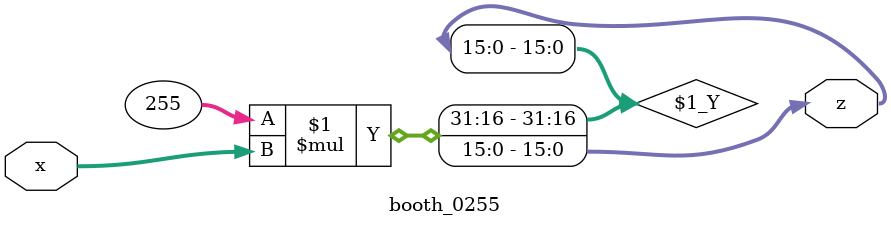
<source format=sv>
module booth__256
	#(parameter WIDTH = 8)
	(x, z);
	input signed [WIDTH-1:0] x;
	output [WIDTH*2-1:0] z;
	assign z = -256 * x;
endmodule

module booth__255
	#(parameter WIDTH = 8)
	(x, z);
	input signed [WIDTH-1:0] x;
	output [WIDTH*2-1:0] z;
	assign z = -255 * x;
endmodule

module booth__254
	#(parameter WIDTH = 8)
	(x, z);
	input signed [WIDTH-1:0] x;
	output [WIDTH*2-1:0] z;
	assign z = -254 * x;
endmodule

module booth__253
	#(parameter WIDTH = 8)
	(x, z);
	input signed [WIDTH-1:0] x;
	output [WIDTH*2-1:0] z;
	assign z = -253 * x;
endmodule

module booth__252
	#(parameter WIDTH = 8)
	(x, z);
	input signed [WIDTH-1:0] x;
	output [WIDTH*2-1:0] z;
	assign z = -252 * x;
endmodule

module booth__251
	#(parameter WIDTH = 8)
	(x, z);
	input signed [WIDTH-1:0] x;
	output [WIDTH*2-1:0] z;
	assign z = -251 * x;
endmodule

module booth__250
	#(parameter WIDTH = 8)
	(x, z);
	input signed [WIDTH-1:0] x;
	output [WIDTH*2-1:0] z;
	assign z = -250 * x;
endmodule

module booth__249
	#(parameter WIDTH = 8)
	(x, z);
	input signed [WIDTH-1:0] x;
	output [WIDTH*2-1:0] z;
	assign z = -249 * x;
endmodule

module booth__248
	#(parameter WIDTH = 8)
	(x, z);
	input signed [WIDTH-1:0] x;
	output [WIDTH*2-1:0] z;
	assign z = -248 * x;
endmodule

module booth__247
	#(parameter WIDTH = 8)
	(x, z);
	input signed [WIDTH-1:0] x;
	output [WIDTH*2-1:0] z;
	assign z = -247 * x;
endmodule

module booth__246
	#(parameter WIDTH = 8)
	(x, z);
	input signed [WIDTH-1:0] x;
	output [WIDTH*2-1:0] z;
	assign z = -246 * x;
endmodule

module booth__245
	#(parameter WIDTH = 8)
	(x, z);
	input signed [WIDTH-1:0] x;
	output [WIDTH*2-1:0] z;
	assign z = -245 * x;
endmodule

module booth__244
	#(parameter WIDTH = 8)
	(x, z);
	input signed [WIDTH-1:0] x;
	output [WIDTH*2-1:0] z;
	assign z = -244 * x;
endmodule

module booth__243
	#(parameter WIDTH = 8)
	(x, z);
	input signed [WIDTH-1:0] x;
	output [WIDTH*2-1:0] z;
	assign z = -243 * x;
endmodule

module booth__242
	#(parameter WIDTH = 8)
	(x, z);
	input signed [WIDTH-1:0] x;
	output [WIDTH*2-1:0] z;
	assign z = -242 * x;
endmodule

module booth__241
	#(parameter WIDTH = 8)
	(x, z);
	input signed [WIDTH-1:0] x;
	output [WIDTH*2-1:0] z;
	assign z = -241 * x;
endmodule

module booth__240
	#(parameter WIDTH = 8)
	(x, z);
	input signed [WIDTH-1:0] x;
	output [WIDTH*2-1:0] z;
	assign z = -240 * x;
endmodule

module booth__239
	#(parameter WIDTH = 8)
	(x, z);
	input signed [WIDTH-1:0] x;
	output [WIDTH*2-1:0] z;
	assign z = -239 * x;
endmodule

module booth__238
	#(parameter WIDTH = 8)
	(x, z);
	input signed [WIDTH-1:0] x;
	output [WIDTH*2-1:0] z;
	assign z = -238 * x;
endmodule

module booth__237
	#(parameter WIDTH = 8)
	(x, z);
	input signed [WIDTH-1:0] x;
	output [WIDTH*2-1:0] z;
	assign z = -237 * x;
endmodule

module booth__236
	#(parameter WIDTH = 8)
	(x, z);
	input signed [WIDTH-1:0] x;
	output [WIDTH*2-1:0] z;
	assign z = -236 * x;
endmodule

module booth__235
	#(parameter WIDTH = 8)
	(x, z);
	input signed [WIDTH-1:0] x;
	output [WIDTH*2-1:0] z;
	assign z = -235 * x;
endmodule

module booth__234
	#(parameter WIDTH = 8)
	(x, z);
	input signed [WIDTH-1:0] x;
	output [WIDTH*2-1:0] z;
	assign z = -234 * x;
endmodule

module booth__233
	#(parameter WIDTH = 8)
	(x, z);
	input signed [WIDTH-1:0] x;
	output [WIDTH*2-1:0] z;
	assign z = -233 * x;
endmodule

module booth__232
	#(parameter WIDTH = 8)
	(x, z);
	input signed [WIDTH-1:0] x;
	output [WIDTH*2-1:0] z;
	assign z = -232 * x;
endmodule

module booth__231
	#(parameter WIDTH = 8)
	(x, z);
	input signed [WIDTH-1:0] x;
	output [WIDTH*2-1:0] z;
	assign z = -231 * x;
endmodule

module booth__230
	#(parameter WIDTH = 8)
	(x, z);
	input signed [WIDTH-1:0] x;
	output [WIDTH*2-1:0] z;
	assign z = -230 * x;
endmodule

module booth__229
	#(parameter WIDTH = 8)
	(x, z);
	input signed [WIDTH-1:0] x;
	output [WIDTH*2-1:0] z;
	assign z = -229 * x;
endmodule

module booth__228
	#(parameter WIDTH = 8)
	(x, z);
	input signed [WIDTH-1:0] x;
	output [WIDTH*2-1:0] z;
	assign z = -228 * x;
endmodule

module booth__227
	#(parameter WIDTH = 8)
	(x, z);
	input signed [WIDTH-1:0] x;
	output [WIDTH*2-1:0] z;
	assign z = -227 * x;
endmodule

module booth__226
	#(parameter WIDTH = 8)
	(x, z);
	input signed [WIDTH-1:0] x;
	output [WIDTH*2-1:0] z;
	assign z = -226 * x;
endmodule

module booth__225
	#(parameter WIDTH = 8)
	(x, z);
	input signed [WIDTH-1:0] x;
	output [WIDTH*2-1:0] z;
	assign z = -225 * x;
endmodule

module booth__224
	#(parameter WIDTH = 8)
	(x, z);
	input signed [WIDTH-1:0] x;
	output [WIDTH*2-1:0] z;
	assign z = -224 * x;
endmodule

module booth__223
	#(parameter WIDTH = 8)
	(x, z);
	input signed [WIDTH-1:0] x;
	output [WIDTH*2-1:0] z;
	assign z = -223 * x;
endmodule

module booth__222
	#(parameter WIDTH = 8)
	(x, z);
	input signed [WIDTH-1:0] x;
	output [WIDTH*2-1:0] z;
	assign z = -222 * x;
endmodule

module booth__221
	#(parameter WIDTH = 8)
	(x, z);
	input signed [WIDTH-1:0] x;
	output [WIDTH*2-1:0] z;
	assign z = -221 * x;
endmodule

module booth__220
	#(parameter WIDTH = 8)
	(x, z);
	input signed [WIDTH-1:0] x;
	output [WIDTH*2-1:0] z;
	assign z = -220 * x;
endmodule

module booth__219
	#(parameter WIDTH = 8)
	(x, z);
	input signed [WIDTH-1:0] x;
	output [WIDTH*2-1:0] z;
	assign z = -219 * x;
endmodule

module booth__218
	#(parameter WIDTH = 8)
	(x, z);
	input signed [WIDTH-1:0] x;
	output [WIDTH*2-1:0] z;
	assign z = -218 * x;
endmodule

module booth__217
	#(parameter WIDTH = 8)
	(x, z);
	input signed [WIDTH-1:0] x;
	output [WIDTH*2-1:0] z;
	assign z = -217 * x;
endmodule

module booth__216
	#(parameter WIDTH = 8)
	(x, z);
	input signed [WIDTH-1:0] x;
	output [WIDTH*2-1:0] z;
	assign z = -216 * x;
endmodule

module booth__215
	#(parameter WIDTH = 8)
	(x, z);
	input signed [WIDTH-1:0] x;
	output [WIDTH*2-1:0] z;
	assign z = -215 * x;
endmodule

module booth__214
	#(parameter WIDTH = 8)
	(x, z);
	input signed [WIDTH-1:0] x;
	output [WIDTH*2-1:0] z;
	assign z = -214 * x;
endmodule

module booth__213
	#(parameter WIDTH = 8)
	(x, z);
	input signed [WIDTH-1:0] x;
	output [WIDTH*2-1:0] z;
	assign z = -213 * x;
endmodule

module booth__212
	#(parameter WIDTH = 8)
	(x, z);
	input signed [WIDTH-1:0] x;
	output [WIDTH*2-1:0] z;
	assign z = -212 * x;
endmodule

module booth__211
	#(parameter WIDTH = 8)
	(x, z);
	input signed [WIDTH-1:0] x;
	output [WIDTH*2-1:0] z;
	assign z = -211 * x;
endmodule

module booth__210
	#(parameter WIDTH = 8)
	(x, z);
	input signed [WIDTH-1:0] x;
	output [WIDTH*2-1:0] z;
	assign z = -210 * x;
endmodule

module booth__209
	#(parameter WIDTH = 8)
	(x, z);
	input signed [WIDTH-1:0] x;
	output [WIDTH*2-1:0] z;
	assign z = -209 * x;
endmodule

module booth__208
	#(parameter WIDTH = 8)
	(x, z);
	input signed [WIDTH-1:0] x;
	output [WIDTH*2-1:0] z;
	assign z = -208 * x;
endmodule

module booth__207
	#(parameter WIDTH = 8)
	(x, z);
	input signed [WIDTH-1:0] x;
	output [WIDTH*2-1:0] z;
	assign z = -207 * x;
endmodule

module booth__206
	#(parameter WIDTH = 8)
	(x, z);
	input signed [WIDTH-1:0] x;
	output [WIDTH*2-1:0] z;
	assign z = -206 * x;
endmodule

module booth__205
	#(parameter WIDTH = 8)
	(x, z);
	input signed [WIDTH-1:0] x;
	output [WIDTH*2-1:0] z;
	assign z = -205 * x;
endmodule

module booth__204
	#(parameter WIDTH = 8)
	(x, z);
	input signed [WIDTH-1:0] x;
	output [WIDTH*2-1:0] z;
	assign z = -204 * x;
endmodule

module booth__203
	#(parameter WIDTH = 8)
	(x, z);
	input signed [WIDTH-1:0] x;
	output [WIDTH*2-1:0] z;
	assign z = -203 * x;
endmodule

module booth__202
	#(parameter WIDTH = 8)
	(x, z);
	input signed [WIDTH-1:0] x;
	output [WIDTH*2-1:0] z;
	assign z = -202 * x;
endmodule

module booth__201
	#(parameter WIDTH = 8)
	(x, z);
	input signed [WIDTH-1:0] x;
	output [WIDTH*2-1:0] z;
	assign z = -201 * x;
endmodule

module booth__200
	#(parameter WIDTH = 8)
	(x, z);
	input signed [WIDTH-1:0] x;
	output [WIDTH*2-1:0] z;
	assign z = -200 * x;
endmodule

module booth__199
	#(parameter WIDTH = 8)
	(x, z);
	input signed [WIDTH-1:0] x;
	output [WIDTH*2-1:0] z;
	assign z = -199 * x;
endmodule

module booth__198
	#(parameter WIDTH = 8)
	(x, z);
	input signed [WIDTH-1:0] x;
	output [WIDTH*2-1:0] z;
	assign z = -198 * x;
endmodule

module booth__197
	#(parameter WIDTH = 8)
	(x, z);
	input signed [WIDTH-1:0] x;
	output [WIDTH*2-1:0] z;
	assign z = -197 * x;
endmodule

module booth__196
	#(parameter WIDTH = 8)
	(x, z);
	input signed [WIDTH-1:0] x;
	output [WIDTH*2-1:0] z;
	assign z = -196 * x;
endmodule

module booth__195
	#(parameter WIDTH = 8)
	(x, z);
	input signed [WIDTH-1:0] x;
	output [WIDTH*2-1:0] z;
	assign z = -195 * x;
endmodule

module booth__194
	#(parameter WIDTH = 8)
	(x, z);
	input signed [WIDTH-1:0] x;
	output [WIDTH*2-1:0] z;
	assign z = -194 * x;
endmodule

module booth__193
	#(parameter WIDTH = 8)
	(x, z);
	input signed [WIDTH-1:0] x;
	output [WIDTH*2-1:0] z;
	assign z = -193 * x;
endmodule

module booth__192
	#(parameter WIDTH = 8)
	(x, z);
	input signed [WIDTH-1:0] x;
	output [WIDTH*2-1:0] z;
	assign z = -192 * x;
endmodule

module booth__191
	#(parameter WIDTH = 8)
	(x, z);
	input signed [WIDTH-1:0] x;
	output [WIDTH*2-1:0] z;
	assign z = -191 * x;
endmodule

module booth__190
	#(parameter WIDTH = 8)
	(x, z);
	input signed [WIDTH-1:0] x;
	output [WIDTH*2-1:0] z;
	assign z = -190 * x;
endmodule

module booth__189
	#(parameter WIDTH = 8)
	(x, z);
	input signed [WIDTH-1:0] x;
	output [WIDTH*2-1:0] z;
	assign z = -189 * x;
endmodule

module booth__188
	#(parameter WIDTH = 8)
	(x, z);
	input signed [WIDTH-1:0] x;
	output [WIDTH*2-1:0] z;
	assign z = -188 * x;
endmodule

module booth__187
	#(parameter WIDTH = 8)
	(x, z);
	input signed [WIDTH-1:0] x;
	output [WIDTH*2-1:0] z;
	assign z = -187 * x;
endmodule

module booth__186
	#(parameter WIDTH = 8)
	(x, z);
	input signed [WIDTH-1:0] x;
	output [WIDTH*2-1:0] z;
	assign z = -186 * x;
endmodule

module booth__185
	#(parameter WIDTH = 8)
	(x, z);
	input signed [WIDTH-1:0] x;
	output [WIDTH*2-1:0] z;
	assign z = -185 * x;
endmodule

module booth__184
	#(parameter WIDTH = 8)
	(x, z);
	input signed [WIDTH-1:0] x;
	output [WIDTH*2-1:0] z;
	assign z = -184 * x;
endmodule

module booth__183
	#(parameter WIDTH = 8)
	(x, z);
	input signed [WIDTH-1:0] x;
	output [WIDTH*2-1:0] z;
	assign z = -183 * x;
endmodule

module booth__182
	#(parameter WIDTH = 8)
	(x, z);
	input signed [WIDTH-1:0] x;
	output [WIDTH*2-1:0] z;
	assign z = -182 * x;
endmodule

module booth__181
	#(parameter WIDTH = 8)
	(x, z);
	input signed [WIDTH-1:0] x;
	output [WIDTH*2-1:0] z;
	assign z = -181 * x;
endmodule

module booth__180
	#(parameter WIDTH = 8)
	(x, z);
	input signed [WIDTH-1:0] x;
	output [WIDTH*2-1:0] z;
	assign z = -180 * x;
endmodule

module booth__179
	#(parameter WIDTH = 8)
	(x, z);
	input signed [WIDTH-1:0] x;
	output [WIDTH*2-1:0] z;
	assign z = -179 * x;
endmodule

module booth__178
	#(parameter WIDTH = 8)
	(x, z);
	input signed [WIDTH-1:0] x;
	output [WIDTH*2-1:0] z;
	assign z = -178 * x;
endmodule

module booth__177
	#(parameter WIDTH = 8)
	(x, z);
	input signed [WIDTH-1:0] x;
	output [WIDTH*2-1:0] z;
	assign z = -177 * x;
endmodule

module booth__176
	#(parameter WIDTH = 8)
	(x, z);
	input signed [WIDTH-1:0] x;
	output [WIDTH*2-1:0] z;
	assign z = -176 * x;
endmodule

module booth__175
	#(parameter WIDTH = 8)
	(x, z);
	input signed [WIDTH-1:0] x;
	output [WIDTH*2-1:0] z;
	assign z = -175 * x;
endmodule

module booth__174
	#(parameter WIDTH = 8)
	(x, z);
	input signed [WIDTH-1:0] x;
	output [WIDTH*2-1:0] z;
	assign z = -174 * x;
endmodule

module booth__173
	#(parameter WIDTH = 8)
	(x, z);
	input signed [WIDTH-1:0] x;
	output [WIDTH*2-1:0] z;
	assign z = -173 * x;
endmodule

module booth__172
	#(parameter WIDTH = 8)
	(x, z);
	input signed [WIDTH-1:0] x;
	output [WIDTH*2-1:0] z;
	assign z = -172 * x;
endmodule

module booth__171
	#(parameter WIDTH = 8)
	(x, z);
	input signed [WIDTH-1:0] x;
	output [WIDTH*2-1:0] z;
	assign z = -171 * x;
endmodule

module booth__170
	#(parameter WIDTH = 8)
	(x, z);
	input signed [WIDTH-1:0] x;
	output [WIDTH*2-1:0] z;
	assign z = -170 * x;
endmodule

module booth__169
	#(parameter WIDTH = 8)
	(x, z);
	input signed [WIDTH-1:0] x;
	output [WIDTH*2-1:0] z;
	assign z = -169 * x;
endmodule

module booth__168
	#(parameter WIDTH = 8)
	(x, z);
	input signed [WIDTH-1:0] x;
	output [WIDTH*2-1:0] z;
	assign z = -168 * x;
endmodule

module booth__167
	#(parameter WIDTH = 8)
	(x, z);
	input signed [WIDTH-1:0] x;
	output [WIDTH*2-1:0] z;
	assign z = -167 * x;
endmodule

module booth__166
	#(parameter WIDTH = 8)
	(x, z);
	input signed [WIDTH-1:0] x;
	output [WIDTH*2-1:0] z;
	assign z = -166 * x;
endmodule

module booth__165
	#(parameter WIDTH = 8)
	(x, z);
	input signed [WIDTH-1:0] x;
	output [WIDTH*2-1:0] z;
	assign z = -165 * x;
endmodule

module booth__164
	#(parameter WIDTH = 8)
	(x, z);
	input signed [WIDTH-1:0] x;
	output [WIDTH*2-1:0] z;
	assign z = -164 * x;
endmodule

module booth__163
	#(parameter WIDTH = 8)
	(x, z);
	input signed [WIDTH-1:0] x;
	output [WIDTH*2-1:0] z;
	assign z = -163 * x;
endmodule

module booth__162
	#(parameter WIDTH = 8)
	(x, z);
	input signed [WIDTH-1:0] x;
	output [WIDTH*2-1:0] z;
	assign z = -162 * x;
endmodule

module booth__161
	#(parameter WIDTH = 8)
	(x, z);
	input signed [WIDTH-1:0] x;
	output [WIDTH*2-1:0] z;
	assign z = -161 * x;
endmodule

module booth__160
	#(parameter WIDTH = 8)
	(x, z);
	input signed [WIDTH-1:0] x;
	output [WIDTH*2-1:0] z;
	assign z = -160 * x;
endmodule

module booth__159
	#(parameter WIDTH = 8)
	(x, z);
	input signed [WIDTH-1:0] x;
	output [WIDTH*2-1:0] z;
	assign z = -159 * x;
endmodule

module booth__158
	#(parameter WIDTH = 8)
	(x, z);
	input signed [WIDTH-1:0] x;
	output [WIDTH*2-1:0] z;
	assign z = -158 * x;
endmodule

module booth__157
	#(parameter WIDTH = 8)
	(x, z);
	input signed [WIDTH-1:0] x;
	output [WIDTH*2-1:0] z;
	assign z = -157 * x;
endmodule

module booth__156
	#(parameter WIDTH = 8)
	(x, z);
	input signed [WIDTH-1:0] x;
	output [WIDTH*2-1:0] z;
	assign z = -156 * x;
endmodule

module booth__155
	#(parameter WIDTH = 8)
	(x, z);
	input signed [WIDTH-1:0] x;
	output [WIDTH*2-1:0] z;
	assign z = -155 * x;
endmodule

module booth__154
	#(parameter WIDTH = 8)
	(x, z);
	input signed [WIDTH-1:0] x;
	output [WIDTH*2-1:0] z;
	assign z = -154 * x;
endmodule

module booth__153
	#(parameter WIDTH = 8)
	(x, z);
	input signed [WIDTH-1:0] x;
	output [WIDTH*2-1:0] z;
	assign z = -153 * x;
endmodule

module booth__152
	#(parameter WIDTH = 8)
	(x, z);
	input signed [WIDTH-1:0] x;
	output [WIDTH*2-1:0] z;
	assign z = -152 * x;
endmodule

module booth__151
	#(parameter WIDTH = 8)
	(x, z);
	input signed [WIDTH-1:0] x;
	output [WIDTH*2-1:0] z;
	assign z = -151 * x;
endmodule

module booth__150
	#(parameter WIDTH = 8)
	(x, z);
	input signed [WIDTH-1:0] x;
	output [WIDTH*2-1:0] z;
	assign z = -150 * x;
endmodule

module booth__149
	#(parameter WIDTH = 8)
	(x, z);
	input signed [WIDTH-1:0] x;
	output [WIDTH*2-1:0] z;
	assign z = -149 * x;
endmodule

module booth__148
	#(parameter WIDTH = 8)
	(x, z);
	input signed [WIDTH-1:0] x;
	output [WIDTH*2-1:0] z;
	assign z = -148 * x;
endmodule

module booth__147
	#(parameter WIDTH = 8)
	(x, z);
	input signed [WIDTH-1:0] x;
	output [WIDTH*2-1:0] z;
	assign z = -147 * x;
endmodule

module booth__146
	#(parameter WIDTH = 8)
	(x, z);
	input signed [WIDTH-1:0] x;
	output [WIDTH*2-1:0] z;
	assign z = -146 * x;
endmodule

module booth__145
	#(parameter WIDTH = 8)
	(x, z);
	input signed [WIDTH-1:0] x;
	output [WIDTH*2-1:0] z;
	assign z = -145 * x;
endmodule

module booth__144
	#(parameter WIDTH = 8)
	(x, z);
	input signed [WIDTH-1:0] x;
	output [WIDTH*2-1:0] z;
	assign z = -144 * x;
endmodule

module booth__143
	#(parameter WIDTH = 8)
	(x, z);
	input signed [WIDTH-1:0] x;
	output [WIDTH*2-1:0] z;
	assign z = -143 * x;
endmodule

module booth__142
	#(parameter WIDTH = 8)
	(x, z);
	input signed [WIDTH-1:0] x;
	output [WIDTH*2-1:0] z;
	assign z = -142 * x;
endmodule

module booth__141
	#(parameter WIDTH = 8)
	(x, z);
	input signed [WIDTH-1:0] x;
	output [WIDTH*2-1:0] z;
	assign z = -141 * x;
endmodule

module booth__140
	#(parameter WIDTH = 8)
	(x, z);
	input signed [WIDTH-1:0] x;
	output [WIDTH*2-1:0] z;
	assign z = -140 * x;
endmodule

module booth__139
	#(parameter WIDTH = 8)
	(x, z);
	input signed [WIDTH-1:0] x;
	output [WIDTH*2-1:0] z;
	assign z = -139 * x;
endmodule

module booth__138
	#(parameter WIDTH = 8)
	(x, z);
	input signed [WIDTH-1:0] x;
	output [WIDTH*2-1:0] z;
	assign z = -138 * x;
endmodule

module booth__137
	#(parameter WIDTH = 8)
	(x, z);
	input signed [WIDTH-1:0] x;
	output [WIDTH*2-1:0] z;
	assign z = -137 * x;
endmodule

module booth__136
	#(parameter WIDTH = 8)
	(x, z);
	input signed [WIDTH-1:0] x;
	output [WIDTH*2-1:0] z;
	assign z = -136 * x;
endmodule

module booth__135
	#(parameter WIDTH = 8)
	(x, z);
	input signed [WIDTH-1:0] x;
	output [WIDTH*2-1:0] z;
	assign z = -135 * x;
endmodule

module booth__134
	#(parameter WIDTH = 8)
	(x, z);
	input signed [WIDTH-1:0] x;
	output [WIDTH*2-1:0] z;
	assign z = -134 * x;
endmodule

module booth__133
	#(parameter WIDTH = 8)
	(x, z);
	input signed [WIDTH-1:0] x;
	output [WIDTH*2-1:0] z;
	assign z = -133 * x;
endmodule

module booth__132
	#(parameter WIDTH = 8)
	(x, z);
	input signed [WIDTH-1:0] x;
	output [WIDTH*2-1:0] z;
	assign z = -132 * x;
endmodule

module booth__131
	#(parameter WIDTH = 8)
	(x, z);
	input signed [WIDTH-1:0] x;
	output [WIDTH*2-1:0] z;
	assign z = -131 * x;
endmodule

module booth__130
	#(parameter WIDTH = 8)
	(x, z);
	input signed [WIDTH-1:0] x;
	output [WIDTH*2-1:0] z;
	assign z = -130 * x;
endmodule

module booth__129
	#(parameter WIDTH = 8)
	(x, z);
	input signed [WIDTH-1:0] x;
	output [WIDTH*2-1:0] z;
	assign z = -129 * x;
endmodule

module booth__128
	#(parameter WIDTH = 8)
	(x, z);
	input signed [WIDTH-1:0] x;
	output [WIDTH*2-1:0] z;
	assign z = -128 * x;
endmodule

module booth__127
	#(parameter WIDTH = 8)
	(x, z);
	input signed [WIDTH-1:0] x;
	output [WIDTH*2-1:0] z;
	assign z = -127 * x;
endmodule

module booth__126
	#(parameter WIDTH = 8)
	(x, z);
	input signed [WIDTH-1:0] x;
	output [WIDTH*2-1:0] z;
	assign z = -126 * x;
endmodule

module booth__125
	#(parameter WIDTH = 8)
	(x, z);
	input signed [WIDTH-1:0] x;
	output [WIDTH*2-1:0] z;
	assign z = -125 * x;
endmodule

module booth__124
	#(parameter WIDTH = 8)
	(x, z);
	input signed [WIDTH-1:0] x;
	output [WIDTH*2-1:0] z;
	assign z = -124 * x;
endmodule

module booth__123
	#(parameter WIDTH = 8)
	(x, z);
	input signed [WIDTH-1:0] x;
	output [WIDTH*2-1:0] z;
	assign z = -123 * x;
endmodule

module booth__122
	#(parameter WIDTH = 8)
	(x, z);
	input signed [WIDTH-1:0] x;
	output [WIDTH*2-1:0] z;
	assign z = -122 * x;
endmodule

module booth__121
	#(parameter WIDTH = 8)
	(x, z);
	input signed [WIDTH-1:0] x;
	output [WIDTH*2-1:0] z;
	assign z = -121 * x;
endmodule

module booth__120
	#(parameter WIDTH = 8)
	(x, z);
	input signed [WIDTH-1:0] x;
	output [WIDTH*2-1:0] z;
	assign z = -120 * x;
endmodule

module booth__119
	#(parameter WIDTH = 8)
	(x, z);
	input signed [WIDTH-1:0] x;
	output [WIDTH*2-1:0] z;
	assign z = -119 * x;
endmodule

module booth__118
	#(parameter WIDTH = 8)
	(x, z);
	input signed [WIDTH-1:0] x;
	output [WIDTH*2-1:0] z;
	assign z = -118 * x;
endmodule

module booth__117
	#(parameter WIDTH = 8)
	(x, z);
	input signed [WIDTH-1:0] x;
	output [WIDTH*2-1:0] z;
	assign z = -117 * x;
endmodule

module booth__116
	#(parameter WIDTH = 8)
	(x, z);
	input signed [WIDTH-1:0] x;
	output [WIDTH*2-1:0] z;
	assign z = -116 * x;
endmodule

module booth__115
	#(parameter WIDTH = 8)
	(x, z);
	input signed [WIDTH-1:0] x;
	output [WIDTH*2-1:0] z;
	assign z = -115 * x;
endmodule

module booth__114
	#(parameter WIDTH = 8)
	(x, z);
	input signed [WIDTH-1:0] x;
	output [WIDTH*2-1:0] z;
	assign z = -114 * x;
endmodule

module booth__113
	#(parameter WIDTH = 8)
	(x, z);
	input signed [WIDTH-1:0] x;
	output [WIDTH*2-1:0] z;
	assign z = -113 * x;
endmodule

module booth__112
	#(parameter WIDTH = 8)
	(x, z);
	input signed [WIDTH-1:0] x;
	output [WIDTH*2-1:0] z;
	assign z = -112 * x;
endmodule

module booth__111
	#(parameter WIDTH = 8)
	(x, z);
	input signed [WIDTH-1:0] x;
	output [WIDTH*2-1:0] z;
	assign z = -111 * x;
endmodule

module booth__110
	#(parameter WIDTH = 8)
	(x, z);
	input signed [WIDTH-1:0] x;
	output [WIDTH*2-1:0] z;
	assign z = -110 * x;
endmodule

module booth__109
	#(parameter WIDTH = 8)
	(x, z);
	input signed [WIDTH-1:0] x;
	output [WIDTH*2-1:0] z;
	assign z = -109 * x;
endmodule

module booth__108
	#(parameter WIDTH = 8)
	(x, z);
	input signed [WIDTH-1:0] x;
	output [WIDTH*2-1:0] z;
	assign z = -108 * x;
endmodule

module booth__107
	#(parameter WIDTH = 8)
	(x, z);
	input signed [WIDTH-1:0] x;
	output [WIDTH*2-1:0] z;
	assign z = -107 * x;
endmodule

module booth__106
	#(parameter WIDTH = 8)
	(x, z);
	input signed [WIDTH-1:0] x;
	output [WIDTH*2-1:0] z;
	assign z = -106 * x;
endmodule

module booth__105
	#(parameter WIDTH = 8)
	(x, z);
	input signed [WIDTH-1:0] x;
	output [WIDTH*2-1:0] z;
	assign z = -105 * x;
endmodule

module booth__104
	#(parameter WIDTH = 8)
	(x, z);
	input signed [WIDTH-1:0] x;
	output [WIDTH*2-1:0] z;
	assign z = -104 * x;
endmodule

module booth__103
	#(parameter WIDTH = 8)
	(x, z);
	input signed [WIDTH-1:0] x;
	output [WIDTH*2-1:0] z;
	assign z = -103 * x;
endmodule

module booth__102
	#(parameter WIDTH = 8)
	(x, z);
	input signed [WIDTH-1:0] x;
	output [WIDTH*2-1:0] z;
	assign z = -102 * x;
endmodule

module booth__101
	#(parameter WIDTH = 8)
	(x, z);
	input signed [WIDTH-1:0] x;
	output [WIDTH*2-1:0] z;
	assign z = -101 * x;
endmodule

module booth__100
	#(parameter WIDTH = 8)
	(x, z);
	input signed [WIDTH-1:0] x;
	output [WIDTH*2-1:0] z;
	assign z = -100 * x;
endmodule

module booth__099
	#(parameter WIDTH = 8)
	(x, z);
	input signed [WIDTH-1:0] x;
	output [WIDTH*2-1:0] z;
	assign z = -99 * x;
endmodule

module booth__098
	#(parameter WIDTH = 8)
	(x, z);
	input signed [WIDTH-1:0] x;
	output [WIDTH*2-1:0] z;
	assign z = -98 * x;
endmodule

module booth__097
	#(parameter WIDTH = 8)
	(x, z);
	input signed [WIDTH-1:0] x;
	output [WIDTH*2-1:0] z;
	assign z = -97 * x;
endmodule

module booth__096
	#(parameter WIDTH = 8)
	(x, z);
	input signed [WIDTH-1:0] x;
	output [WIDTH*2-1:0] z;
	assign z = -96 * x;
endmodule

module booth__095
	#(parameter WIDTH = 8)
	(x, z);
	input signed [WIDTH-1:0] x;
	output [WIDTH*2-1:0] z;
	assign z = -95 * x;
endmodule

module booth__094
	#(parameter WIDTH = 8)
	(x, z);
	input signed [WIDTH-1:0] x;
	output [WIDTH*2-1:0] z;
	assign z = -94 * x;
endmodule

module booth__093
	#(parameter WIDTH = 8)
	(x, z);
	input signed [WIDTH-1:0] x;
	output [WIDTH*2-1:0] z;
	assign z = -93 * x;
endmodule

module booth__092
	#(parameter WIDTH = 8)
	(x, z);
	input signed [WIDTH-1:0] x;
	output [WIDTH*2-1:0] z;
	assign z = -92 * x;
endmodule

module booth__091
	#(parameter WIDTH = 8)
	(x, z);
	input signed [WIDTH-1:0] x;
	output [WIDTH*2-1:0] z;
	assign z = -91 * x;
endmodule

module booth__090
	#(parameter WIDTH = 8)
	(x, z);
	input signed [WIDTH-1:0] x;
	output [WIDTH*2-1:0] z;
	assign z = -90 * x;
endmodule

module booth__089
	#(parameter WIDTH = 8)
	(x, z);
	input signed [WIDTH-1:0] x;
	output [WIDTH*2-1:0] z;
	assign z = -89 * x;
endmodule

module booth__088
	#(parameter WIDTH = 8)
	(x, z);
	input signed [WIDTH-1:0] x;
	output [WIDTH*2-1:0] z;
	assign z = -88 * x;
endmodule

module booth__087
	#(parameter WIDTH = 8)
	(x, z);
	input signed [WIDTH-1:0] x;
	output [WIDTH*2-1:0] z;
	assign z = -87 * x;
endmodule

module booth__086
	#(parameter WIDTH = 8)
	(x, z);
	input signed [WIDTH-1:0] x;
	output [WIDTH*2-1:0] z;
	assign z = -86 * x;
endmodule

module booth__085
	#(parameter WIDTH = 8)
	(x, z);
	input signed [WIDTH-1:0] x;
	output [WIDTH*2-1:0] z;
	assign z = -85 * x;
endmodule

module booth__084
	#(parameter WIDTH = 8)
	(x, z);
	input signed [WIDTH-1:0] x;
	output [WIDTH*2-1:0] z;
	assign z = -84 * x;
endmodule

module booth__083
	#(parameter WIDTH = 8)
	(x, z);
	input signed [WIDTH-1:0] x;
	output [WIDTH*2-1:0] z;
	assign z = -83 * x;
endmodule

module booth__082
	#(parameter WIDTH = 8)
	(x, z);
	input signed [WIDTH-1:0] x;
	output [WIDTH*2-1:0] z;
	assign z = -82 * x;
endmodule

module booth__081
	#(parameter WIDTH = 8)
	(x, z);
	input signed [WIDTH-1:0] x;
	output [WIDTH*2-1:0] z;
	assign z = -81 * x;
endmodule

module booth__080
	#(parameter WIDTH = 8)
	(x, z);
	input signed [WIDTH-1:0] x;
	output [WIDTH*2-1:0] z;
	assign z = -80 * x;
endmodule

module booth__079
	#(parameter WIDTH = 8)
	(x, z);
	input signed [WIDTH-1:0] x;
	output [WIDTH*2-1:0] z;
	assign z = -79 * x;
endmodule

module booth__078
	#(parameter WIDTH = 8)
	(x, z);
	input signed [WIDTH-1:0] x;
	output [WIDTH*2-1:0] z;
	assign z = -78 * x;
endmodule

module booth__077
	#(parameter WIDTH = 8)
	(x, z);
	input signed [WIDTH-1:0] x;
	output [WIDTH*2-1:0] z;
	assign z = -77 * x;
endmodule

module booth__076
	#(parameter WIDTH = 8)
	(x, z);
	input signed [WIDTH-1:0] x;
	output [WIDTH*2-1:0] z;
	assign z = -76 * x;
endmodule

module booth__075
	#(parameter WIDTH = 8)
	(x, z);
	input signed [WIDTH-1:0] x;
	output [WIDTH*2-1:0] z;
	assign z = -75 * x;
endmodule

module booth__074
	#(parameter WIDTH = 8)
	(x, z);
	input signed [WIDTH-1:0] x;
	output [WIDTH*2-1:0] z;
	assign z = -74 * x;
endmodule

module booth__073
	#(parameter WIDTH = 8)
	(x, z);
	input signed [WIDTH-1:0] x;
	output [WIDTH*2-1:0] z;
	assign z = -73 * x;
endmodule

module booth__072
	#(parameter WIDTH = 8)
	(x, z);
	input signed [WIDTH-1:0] x;
	output [WIDTH*2-1:0] z;
	assign z = -72 * x;
endmodule

module booth__071
	#(parameter WIDTH = 8)
	(x, z);
	input signed [WIDTH-1:0] x;
	output [WIDTH*2-1:0] z;
	assign z = -71 * x;
endmodule

module booth__070
	#(parameter WIDTH = 8)
	(x, z);
	input signed [WIDTH-1:0] x;
	output [WIDTH*2-1:0] z;
	assign z = -70 * x;
endmodule

module booth__069
	#(parameter WIDTH = 8)
	(x, z);
	input signed [WIDTH-1:0] x;
	output [WIDTH*2-1:0] z;
	assign z = -69 * x;
endmodule

module booth__068
	#(parameter WIDTH = 8)
	(x, z);
	input signed [WIDTH-1:0] x;
	output [WIDTH*2-1:0] z;
	assign z = -68 * x;
endmodule

module booth__067
	#(parameter WIDTH = 8)
	(x, z);
	input signed [WIDTH-1:0] x;
	output [WIDTH*2-1:0] z;
	assign z = -67 * x;
endmodule

module booth__066
	#(parameter WIDTH = 8)
	(x, z);
	input signed [WIDTH-1:0] x;
	output [WIDTH*2-1:0] z;
	assign z = -66 * x;
endmodule

module booth__065
	#(parameter WIDTH = 8)
	(x, z);
	input signed [WIDTH-1:0] x;
	output [WIDTH*2-1:0] z;
	assign z = -65 * x;
endmodule

module booth__064
	#(parameter WIDTH = 8)
	(x, z);
	input signed [WIDTH-1:0] x;
	output [WIDTH*2-1:0] z;
	assign z = -64 * x;
endmodule

module booth__063
	#(parameter WIDTH = 8)
	(x, z);
	input signed [WIDTH-1:0] x;
	output [WIDTH*2-1:0] z;
	assign z = -63 * x;
endmodule

module booth__062
	#(parameter WIDTH = 8)
	(x, z);
	input signed [WIDTH-1:0] x;
	output [WIDTH*2-1:0] z;
	assign z = -62 * x;
endmodule

module booth__061
	#(parameter WIDTH = 8)
	(x, z);
	input signed [WIDTH-1:0] x;
	output [WIDTH*2-1:0] z;
	assign z = -61 * x;
endmodule

module booth__060
	#(parameter WIDTH = 8)
	(x, z);
	input signed [WIDTH-1:0] x;
	output [WIDTH*2-1:0] z;
	assign z = -60 * x;
endmodule

module booth__059
	#(parameter WIDTH = 8)
	(x, z);
	input signed [WIDTH-1:0] x;
	output [WIDTH*2-1:0] z;
	assign z = -59 * x;
endmodule

module booth__058
	#(parameter WIDTH = 8)
	(x, z);
	input signed [WIDTH-1:0] x;
	output [WIDTH*2-1:0] z;
	assign z = -58 * x;
endmodule

module booth__057
	#(parameter WIDTH = 8)
	(x, z);
	input signed [WIDTH-1:0] x;
	output [WIDTH*2-1:0] z;
	assign z = -57 * x;
endmodule

module booth__056
	#(parameter WIDTH = 8)
	(x, z);
	input signed [WIDTH-1:0] x;
	output [WIDTH*2-1:0] z;
	assign z = -56 * x;
endmodule

module booth__055
	#(parameter WIDTH = 8)
	(x, z);
	input signed [WIDTH-1:0] x;
	output [WIDTH*2-1:0] z;
	assign z = -55 * x;
endmodule

module booth__054
	#(parameter WIDTH = 8)
	(x, z);
	input signed [WIDTH-1:0] x;
	output [WIDTH*2-1:0] z;
	assign z = -54 * x;
endmodule

module booth__053
	#(parameter WIDTH = 8)
	(x, z);
	input signed [WIDTH-1:0] x;
	output [WIDTH*2-1:0] z;
	assign z = -53 * x;
endmodule

module booth__052
	#(parameter WIDTH = 8)
	(x, z);
	input signed [WIDTH-1:0] x;
	output [WIDTH*2-1:0] z;
	assign z = -52 * x;
endmodule

module booth__051
	#(parameter WIDTH = 8)
	(x, z);
	input signed [WIDTH-1:0] x;
	output [WIDTH*2-1:0] z;
	assign z = -51 * x;
endmodule

module booth__050
	#(parameter WIDTH = 8)
	(x, z);
	input signed [WIDTH-1:0] x;
	output [WIDTH*2-1:0] z;
	assign z = -50 * x;
endmodule

module booth__049
	#(parameter WIDTH = 8)
	(x, z);
	input signed [WIDTH-1:0] x;
	output [WIDTH*2-1:0] z;
	assign z = -49 * x;
endmodule

module booth__048
	#(parameter WIDTH = 8)
	(x, z);
	input signed [WIDTH-1:0] x;
	output [WIDTH*2-1:0] z;
	assign z = -48 * x;
endmodule

module booth__047
	#(parameter WIDTH = 8)
	(x, z);
	input signed [WIDTH-1:0] x;
	output [WIDTH*2-1:0] z;
	assign z = -47 * x;
endmodule

module booth__046
	#(parameter WIDTH = 8)
	(x, z);
	input signed [WIDTH-1:0] x;
	output [WIDTH*2-1:0] z;
	assign z = -46 * x;
endmodule

module booth__045
	#(parameter WIDTH = 8)
	(x, z);
	input signed [WIDTH-1:0] x;
	output [WIDTH*2-1:0] z;
	assign z = -45 * x;
endmodule

module booth__044
	#(parameter WIDTH = 8)
	(x, z);
	input signed [WIDTH-1:0] x;
	output [WIDTH*2-1:0] z;
	assign z = -44 * x;
endmodule

module booth__043
	#(parameter WIDTH = 8)
	(x, z);
	input signed [WIDTH-1:0] x;
	output [WIDTH*2-1:0] z;
	assign z = -43 * x;
endmodule

module booth__042
	#(parameter WIDTH = 8)
	(x, z);
	input signed [WIDTH-1:0] x;
	output [WIDTH*2-1:0] z;
	assign z = -42 * x;
endmodule

module booth__041
	#(parameter WIDTH = 8)
	(x, z);
	input signed [WIDTH-1:0] x;
	output [WIDTH*2-1:0] z;
	assign z = -41 * x;
endmodule

module booth__040
	#(parameter WIDTH = 8)
	(x, z);
	input signed [WIDTH-1:0] x;
	output [WIDTH*2-1:0] z;
	assign z = -40 * x;
endmodule

module booth__039
	#(parameter WIDTH = 8)
	(x, z);
	input signed [WIDTH-1:0] x;
	output [WIDTH*2-1:0] z;
	assign z = -39 * x;
endmodule

module booth__038
	#(parameter WIDTH = 8)
	(x, z);
	input signed [WIDTH-1:0] x;
	output [WIDTH*2-1:0] z;
	assign z = -38 * x;
endmodule

module booth__037
	#(parameter WIDTH = 8)
	(x, z);
	input signed [WIDTH-1:0] x;
	output [WIDTH*2-1:0] z;
	assign z = -37 * x;
endmodule

module booth__036
	#(parameter WIDTH = 8)
	(x, z);
	input signed [WIDTH-1:0] x;
	output [WIDTH*2-1:0] z;
	assign z = -36 * x;
endmodule

module booth__035
	#(parameter WIDTH = 8)
	(x, z);
	input signed [WIDTH-1:0] x;
	output [WIDTH*2-1:0] z;
	assign z = -35 * x;
endmodule

module booth__034
	#(parameter WIDTH = 8)
	(x, z);
	input signed [WIDTH-1:0] x;
	output [WIDTH*2-1:0] z;
	assign z = -34 * x;
endmodule

module booth__033
	#(parameter WIDTH = 8)
	(x, z);
	input signed [WIDTH-1:0] x;
	output [WIDTH*2-1:0] z;
	assign z = -33 * x;
endmodule

module booth__032
	#(parameter WIDTH = 8)
	(x, z);
	input signed [WIDTH-1:0] x;
	output [WIDTH*2-1:0] z;
	assign z = -32 * x;
endmodule

module booth__031
	#(parameter WIDTH = 8)
	(x, z);
	input signed [WIDTH-1:0] x;
	output [WIDTH*2-1:0] z;
	assign z = -31 * x;
endmodule

module booth__030
	#(parameter WIDTH = 8)
	(x, z);
	input signed [WIDTH-1:0] x;
	output [WIDTH*2-1:0] z;
	assign z = -30 * x;
endmodule

module booth__029
	#(parameter WIDTH = 8)
	(x, z);
	input signed [WIDTH-1:0] x;
	output [WIDTH*2-1:0] z;
	assign z = -29 * x;
endmodule

module booth__028
	#(parameter WIDTH = 8)
	(x, z);
	input signed [WIDTH-1:0] x;
	output [WIDTH*2-1:0] z;
	assign z = -28 * x;
endmodule

module booth__027
	#(parameter WIDTH = 8)
	(x, z);
	input signed [WIDTH-1:0] x;
	output [WIDTH*2-1:0] z;
	assign z = -27 * x;
endmodule

module booth__026
	#(parameter WIDTH = 8)
	(x, z);
	input signed [WIDTH-1:0] x;
	output [WIDTH*2-1:0] z;
	assign z = -26 * x;
endmodule

module booth__025
	#(parameter WIDTH = 8)
	(x, z);
	input signed [WIDTH-1:0] x;
	output [WIDTH*2-1:0] z;
	assign z = -25 * x;
endmodule

module booth__024
	#(parameter WIDTH = 8)
	(x, z);
	input signed [WIDTH-1:0] x;
	output [WIDTH*2-1:0] z;
	assign z = -24 * x;
endmodule

module booth__023
	#(parameter WIDTH = 8)
	(x, z);
	input signed [WIDTH-1:0] x;
	output [WIDTH*2-1:0] z;
	assign z = -23 * x;
endmodule

module booth__022
	#(parameter WIDTH = 8)
	(x, z);
	input signed [WIDTH-1:0] x;
	output [WIDTH*2-1:0] z;
	assign z = -22 * x;
endmodule

module booth__021
	#(parameter WIDTH = 8)
	(x, z);
	input signed [WIDTH-1:0] x;
	output [WIDTH*2-1:0] z;
	assign z = -21 * x;
endmodule

module booth__020
	#(parameter WIDTH = 8)
	(x, z);
	input signed [WIDTH-1:0] x;
	output [WIDTH*2-1:0] z;
	assign z = -20 * x;
endmodule

module booth__019
	#(parameter WIDTH = 8)
	(x, z);
	input signed [WIDTH-1:0] x;
	output [WIDTH*2-1:0] z;
	assign z = -19 * x;
endmodule

module booth__018
	#(parameter WIDTH = 8)
	(x, z);
	input signed [WIDTH-1:0] x;
	output [WIDTH*2-1:0] z;
	assign z = -18 * x;
endmodule

module booth__017
	#(parameter WIDTH = 8)
	(x, z);
	input signed [WIDTH-1:0] x;
	output [WIDTH*2-1:0] z;
	assign z = -17 * x;
endmodule

module booth__016
	#(parameter WIDTH = 8)
	(x, z);
	input signed [WIDTH-1:0] x;
	output [WIDTH*2-1:0] z;
	assign z = -16 * x;
endmodule

module booth__015
	#(parameter WIDTH = 8)
	(x, z);
	input signed [WIDTH-1:0] x;
	output [WIDTH*2-1:0] z;
	assign z = -15 * x;
endmodule

module booth__014
	#(parameter WIDTH = 8)
	(x, z);
	input signed [WIDTH-1:0] x;
	output [WIDTH*2-1:0] z;
	assign z = -14 * x;
endmodule

module booth__013
	#(parameter WIDTH = 8)
	(x, z);
	input signed [WIDTH-1:0] x;
	output [WIDTH*2-1:0] z;
	assign z = -13 * x;
endmodule

module booth__012
	#(parameter WIDTH = 8)
	(x, z);
	input signed [WIDTH-1:0] x;
	output [WIDTH*2-1:0] z;
	assign z = -12 * x;
endmodule

module booth__011
	#(parameter WIDTH = 8)
	(x, z);
	input signed [WIDTH-1:0] x;
	output [WIDTH*2-1:0] z;
	assign z = -11 * x;
endmodule

module booth__010
	#(parameter WIDTH = 8)
	(x, z);
	input signed [WIDTH-1:0] x;
	output [WIDTH*2-1:0] z;
	assign z = -10 * x;
endmodule

module booth__009
	#(parameter WIDTH = 8)
	(x, z);
	input signed [WIDTH-1:0] x;
	output [WIDTH*2-1:0] z;
	assign z = -9 * x;
endmodule

module booth__008
	#(parameter WIDTH = 8)
	(x, z);
	input signed [WIDTH-1:0] x;
	output [WIDTH*2-1:0] z;
	assign z = -8 * x;
endmodule

module booth__007
	#(parameter WIDTH = 8)
	(x, z);
	input signed [WIDTH-1:0] x;
	output [WIDTH*2-1:0] z;
	assign z = -7 * x;
endmodule

module booth__006
	#(parameter WIDTH = 8)
	(x, z);
	input signed [WIDTH-1:0] x;
	output [WIDTH*2-1:0] z;
	assign z = -6 * x;
endmodule

module booth__005
	#(parameter WIDTH = 8)
	(x, z);
	input signed [WIDTH-1:0] x;
	output [WIDTH*2-1:0] z;
	assign z = -5 * x;
endmodule

module booth__004
	#(parameter WIDTH = 8)
	(x, z);
	input signed [WIDTH-1:0] x;
	output [WIDTH*2-1:0] z;
	assign z = -4 * x;
endmodule

module booth__003
	#(parameter WIDTH = 8)
	(x, z);
	input signed [WIDTH-1:0] x;
	output [WIDTH*2-1:0] z;
	assign z = -3 * x;
endmodule

module booth__002
	#(parameter WIDTH = 8)
	(x, z);
	input signed [WIDTH-1:0] x;
	output [WIDTH*2-1:0] z;
	assign z = -2 * x;
endmodule

module booth__001
	#(parameter WIDTH = 8)
	(x, z);
	input signed [WIDTH-1:0] x;
	output [WIDTH*2-1:0] z;
	assign z = -1 * x;
endmodule

module booth_0000
	#(parameter WIDTH = 8)
	(x, z);
	input signed [WIDTH-1:0] x;
	output [WIDTH*2-1:0] z;
	assign z = 0 * x;
endmodule

module booth_0001
	#(parameter WIDTH = 8)
	(x, z);
	input signed [WIDTH-1:0] x;
	output [WIDTH*2-1:0] z;
	assign z = 1 * x;
endmodule

module booth_0002
	#(parameter WIDTH = 8)
	(x, z);
	input signed [WIDTH-1:0] x;
	output [WIDTH*2-1:0] z;
	assign z = 2 * x;
endmodule

module booth_0003
	#(parameter WIDTH = 8)
	(x, z);
	input signed [WIDTH-1:0] x;
	output [WIDTH*2-1:0] z;
	assign z = 3 * x;
endmodule

module booth_0004
	#(parameter WIDTH = 8)
	(x, z);
	input signed [WIDTH-1:0] x;
	output [WIDTH*2-1:0] z;
	assign z = 4 * x;
endmodule

module booth_0005
	#(parameter WIDTH = 8)
	(x, z);
	input signed [WIDTH-1:0] x;
	output [WIDTH*2-1:0] z;
	assign z = 5 * x;
endmodule

module booth_0006
	#(parameter WIDTH = 8)
	(x, z);
	input signed [WIDTH-1:0] x;
	output [WIDTH*2-1:0] z;
	assign z = 6 * x;
endmodule

module booth_0007
	#(parameter WIDTH = 8)
	(x, z);
	input signed [WIDTH-1:0] x;
	output [WIDTH*2-1:0] z;
	assign z = 7 * x;
endmodule

module booth_0008
	#(parameter WIDTH = 8)
	(x, z);
	input signed [WIDTH-1:0] x;
	output [WIDTH*2-1:0] z;
	assign z = 8 * x;
endmodule

module booth_0009
	#(parameter WIDTH = 8)
	(x, z);
	input signed [WIDTH-1:0] x;
	output [WIDTH*2-1:0] z;
	assign z = 9 * x;
endmodule

module booth_0010
	#(parameter WIDTH = 8)
	(x, z);
	input signed [WIDTH-1:0] x;
	output [WIDTH*2-1:0] z;
	assign z = 10 * x;
endmodule

module booth_0011
	#(parameter WIDTH = 8)
	(x, z);
	input signed [WIDTH-1:0] x;
	output [WIDTH*2-1:0] z;
	assign z = 11 * x;
endmodule

module booth_0012
	#(parameter WIDTH = 8)
	(x, z);
	input signed [WIDTH-1:0] x;
	output [WIDTH*2-1:0] z;
	assign z = 12 * x;
endmodule

module booth_0013
	#(parameter WIDTH = 8)
	(x, z);
	input signed [WIDTH-1:0] x;
	output [WIDTH*2-1:0] z;
	assign z = 13 * x;
endmodule

module booth_0014
	#(parameter WIDTH = 8)
	(x, z);
	input signed [WIDTH-1:0] x;
	output [WIDTH*2-1:0] z;
	assign z = 14 * x;
endmodule

module booth_0015
	#(parameter WIDTH = 8)
	(x, z);
	input signed [WIDTH-1:0] x;
	output [WIDTH*2-1:0] z;
	assign z = 15 * x;
endmodule

module booth_0016
	#(parameter WIDTH = 8)
	(x, z);
	input signed [WIDTH-1:0] x;
	output [WIDTH*2-1:0] z;
	assign z = 16 * x;
endmodule

module booth_0017
	#(parameter WIDTH = 8)
	(x, z);
	input signed [WIDTH-1:0] x;
	output [WIDTH*2-1:0] z;
	assign z = 17 * x;
endmodule

module booth_0018
	#(parameter WIDTH = 8)
	(x, z);
	input signed [WIDTH-1:0] x;
	output [WIDTH*2-1:0] z;
	assign z = 18 * x;
endmodule

module booth_0019
	#(parameter WIDTH = 8)
	(x, z);
	input signed [WIDTH-1:0] x;
	output [WIDTH*2-1:0] z;
	assign z = 19 * x;
endmodule

module booth_0020
	#(parameter WIDTH = 8)
	(x, z);
	input signed [WIDTH-1:0] x;
	output [WIDTH*2-1:0] z;
	assign z = 20 * x;
endmodule

module booth_0021
	#(parameter WIDTH = 8)
	(x, z);
	input signed [WIDTH-1:0] x;
	output [WIDTH*2-1:0] z;
	assign z = 21 * x;
endmodule

module booth_0022
	#(parameter WIDTH = 8)
	(x, z);
	input signed [WIDTH-1:0] x;
	output [WIDTH*2-1:0] z;
	assign z = 22 * x;
endmodule

module booth_0023
	#(parameter WIDTH = 8)
	(x, z);
	input signed [WIDTH-1:0] x;
	output [WIDTH*2-1:0] z;
	assign z = 23 * x;
endmodule

module booth_0024
	#(parameter WIDTH = 8)
	(x, z);
	input signed [WIDTH-1:0] x;
	output [WIDTH*2-1:0] z;
	assign z = 24 * x;
endmodule

module booth_0025
	#(parameter WIDTH = 8)
	(x, z);
	input signed [WIDTH-1:0] x;
	output [WIDTH*2-1:0] z;
	assign z = 25 * x;
endmodule

module booth_0026
	#(parameter WIDTH = 8)
	(x, z);
	input signed [WIDTH-1:0] x;
	output [WIDTH*2-1:0] z;
	assign z = 26 * x;
endmodule

module booth_0027
	#(parameter WIDTH = 8)
	(x, z);
	input signed [WIDTH-1:0] x;
	output [WIDTH*2-1:0] z;
	assign z = 27 * x;
endmodule

module booth_0028
	#(parameter WIDTH = 8)
	(x, z);
	input signed [WIDTH-1:0] x;
	output [WIDTH*2-1:0] z;
	assign z = 28 * x;
endmodule

module booth_0029
	#(parameter WIDTH = 8)
	(x, z);
	input signed [WIDTH-1:0] x;
	output [WIDTH*2-1:0] z;
	assign z = 29 * x;
endmodule

module booth_0030
	#(parameter WIDTH = 8)
	(x, z);
	input signed [WIDTH-1:0] x;
	output [WIDTH*2-1:0] z;
	assign z = 30 * x;
endmodule

module booth_0031
	#(parameter WIDTH = 8)
	(x, z);
	input signed [WIDTH-1:0] x;
	output [WIDTH*2-1:0] z;
	assign z = 31 * x;
endmodule

module booth_0032
	#(parameter WIDTH = 8)
	(x, z);
	input signed [WIDTH-1:0] x;
	output [WIDTH*2-1:0] z;
	assign z = 32 * x;
endmodule

module booth_0033
	#(parameter WIDTH = 8)
	(x, z);
	input signed [WIDTH-1:0] x;
	output [WIDTH*2-1:0] z;
	assign z = 33 * x;
endmodule

module booth_0034
	#(parameter WIDTH = 8)
	(x, z);
	input signed [WIDTH-1:0] x;
	output [WIDTH*2-1:0] z;
	assign z = 34 * x;
endmodule

module booth_0035
	#(parameter WIDTH = 8)
	(x, z);
	input signed [WIDTH-1:0] x;
	output [WIDTH*2-1:0] z;
	assign z = 35 * x;
endmodule

module booth_0036
	#(parameter WIDTH = 8)
	(x, z);
	input signed [WIDTH-1:0] x;
	output [WIDTH*2-1:0] z;
	assign z = 36 * x;
endmodule

module booth_0037
	#(parameter WIDTH = 8)
	(x, z);
	input signed [WIDTH-1:0] x;
	output [WIDTH*2-1:0] z;
	assign z = 37 * x;
endmodule

module booth_0038
	#(parameter WIDTH = 8)
	(x, z);
	input signed [WIDTH-1:0] x;
	output [WIDTH*2-1:0] z;
	assign z = 38 * x;
endmodule

module booth_0039
	#(parameter WIDTH = 8)
	(x, z);
	input signed [WIDTH-1:0] x;
	output [WIDTH*2-1:0] z;
	assign z = 39 * x;
endmodule

module booth_0040
	#(parameter WIDTH = 8)
	(x, z);
	input signed [WIDTH-1:0] x;
	output [WIDTH*2-1:0] z;
	assign z = 40 * x;
endmodule

module booth_0041
	#(parameter WIDTH = 8)
	(x, z);
	input signed [WIDTH-1:0] x;
	output [WIDTH*2-1:0] z;
	assign z = 41 * x;
endmodule

module booth_0042
	#(parameter WIDTH = 8)
	(x, z);
	input signed [WIDTH-1:0] x;
	output [WIDTH*2-1:0] z;
	assign z = 42 * x;
endmodule

module booth_0043
	#(parameter WIDTH = 8)
	(x, z);
	input signed [WIDTH-1:0] x;
	output [WIDTH*2-1:0] z;
	assign z = 43 * x;
endmodule

module booth_0044
	#(parameter WIDTH = 8)
	(x, z);
	input signed [WIDTH-1:0] x;
	output [WIDTH*2-1:0] z;
	assign z = 44 * x;
endmodule

module booth_0045
	#(parameter WIDTH = 8)
	(x, z);
	input signed [WIDTH-1:0] x;
	output [WIDTH*2-1:0] z;
	assign z = 45 * x;
endmodule

module booth_0046
	#(parameter WIDTH = 8)
	(x, z);
	input signed [WIDTH-1:0] x;
	output [WIDTH*2-1:0] z;
	assign z = 46 * x;
endmodule

module booth_0047
	#(parameter WIDTH = 8)
	(x, z);
	input signed [WIDTH-1:0] x;
	output [WIDTH*2-1:0] z;
	assign z = 47 * x;
endmodule

module booth_0048
	#(parameter WIDTH = 8)
	(x, z);
	input signed [WIDTH-1:0] x;
	output [WIDTH*2-1:0] z;
	assign z = 48 * x;
endmodule

module booth_0049
	#(parameter WIDTH = 8)
	(x, z);
	input signed [WIDTH-1:0] x;
	output [WIDTH*2-1:0] z;
	assign z = 49 * x;
endmodule

module booth_0050
	#(parameter WIDTH = 8)
	(x, z);
	input signed [WIDTH-1:0] x;
	output [WIDTH*2-1:0] z;
	assign z = 50 * x;
endmodule

module booth_0051
	#(parameter WIDTH = 8)
	(x, z);
	input signed [WIDTH-1:0] x;
	output [WIDTH*2-1:0] z;
	assign z = 51 * x;
endmodule

module booth_0052
	#(parameter WIDTH = 8)
	(x, z);
	input signed [WIDTH-1:0] x;
	output [WIDTH*2-1:0] z;
	assign z = 52 * x;
endmodule

module booth_0053
	#(parameter WIDTH = 8)
	(x, z);
	input signed [WIDTH-1:0] x;
	output [WIDTH*2-1:0] z;
	assign z = 53 * x;
endmodule

module booth_0054
	#(parameter WIDTH = 8)
	(x, z);
	input signed [WIDTH-1:0] x;
	output [WIDTH*2-1:0] z;
	assign z = 54 * x;
endmodule

module booth_0055
	#(parameter WIDTH = 8)
	(x, z);
	input signed [WIDTH-1:0] x;
	output [WIDTH*2-1:0] z;
	assign z = 55 * x;
endmodule

module booth_0056
	#(parameter WIDTH = 8)
	(x, z);
	input signed [WIDTH-1:0] x;
	output [WIDTH*2-1:0] z;
	assign z = 56 * x;
endmodule

module booth_0057
	#(parameter WIDTH = 8)
	(x, z);
	input signed [WIDTH-1:0] x;
	output [WIDTH*2-1:0] z;
	assign z = 57 * x;
endmodule

module booth_0058
	#(parameter WIDTH = 8)
	(x, z);
	input signed [WIDTH-1:0] x;
	output [WIDTH*2-1:0] z;
	assign z = 58 * x;
endmodule

module booth_0059
	#(parameter WIDTH = 8)
	(x, z);
	input signed [WIDTH-1:0] x;
	output [WIDTH*2-1:0] z;
	assign z = 59 * x;
endmodule

module booth_0060
	#(parameter WIDTH = 8)
	(x, z);
	input signed [WIDTH-1:0] x;
	output [WIDTH*2-1:0] z;
	assign z = 60 * x;
endmodule

module booth_0061
	#(parameter WIDTH = 8)
	(x, z);
	input signed [WIDTH-1:0] x;
	output [WIDTH*2-1:0] z;
	assign z = 61 * x;
endmodule

module booth_0062
	#(parameter WIDTH = 8)
	(x, z);
	input signed [WIDTH-1:0] x;
	output [WIDTH*2-1:0] z;
	assign z = 62 * x;
endmodule

module booth_0063
	#(parameter WIDTH = 8)
	(x, z);
	input signed [WIDTH-1:0] x;
	output [WIDTH*2-1:0] z;
	assign z = 63 * x;
endmodule

module booth_0064
	#(parameter WIDTH = 8)
	(x, z);
	input signed [WIDTH-1:0] x;
	output [WIDTH*2-1:0] z;
	assign z = 64 * x;
endmodule

module booth_0065
	#(parameter WIDTH = 8)
	(x, z);
	input signed [WIDTH-1:0] x;
	output [WIDTH*2-1:0] z;
	assign z = 65 * x;
endmodule

module booth_0066
	#(parameter WIDTH = 8)
	(x, z);
	input signed [WIDTH-1:0] x;
	output [WIDTH*2-1:0] z;
	assign z = 66 * x;
endmodule

module booth_0067
	#(parameter WIDTH = 8)
	(x, z);
	input signed [WIDTH-1:0] x;
	output [WIDTH*2-1:0] z;
	assign z = 67 * x;
endmodule

module booth_0068
	#(parameter WIDTH = 8)
	(x, z);
	input signed [WIDTH-1:0] x;
	output [WIDTH*2-1:0] z;
	assign z = 68 * x;
endmodule

module booth_0069
	#(parameter WIDTH = 8)
	(x, z);
	input signed [WIDTH-1:0] x;
	output [WIDTH*2-1:0] z;
	assign z = 69 * x;
endmodule

module booth_0070
	#(parameter WIDTH = 8)
	(x, z);
	input signed [WIDTH-1:0] x;
	output [WIDTH*2-1:0] z;
	assign z = 70 * x;
endmodule

module booth_0071
	#(parameter WIDTH = 8)
	(x, z);
	input signed [WIDTH-1:0] x;
	output [WIDTH*2-1:0] z;
	assign z = 71 * x;
endmodule

module booth_0072
	#(parameter WIDTH = 8)
	(x, z);
	input signed [WIDTH-1:0] x;
	output [WIDTH*2-1:0] z;
	assign z = 72 * x;
endmodule

module booth_0073
	#(parameter WIDTH = 8)
	(x, z);
	input signed [WIDTH-1:0] x;
	output [WIDTH*2-1:0] z;
	assign z = 73 * x;
endmodule

module booth_0074
	#(parameter WIDTH = 8)
	(x, z);
	input signed [WIDTH-1:0] x;
	output [WIDTH*2-1:0] z;
	assign z = 74 * x;
endmodule

module booth_0075
	#(parameter WIDTH = 8)
	(x, z);
	input signed [WIDTH-1:0] x;
	output [WIDTH*2-1:0] z;
	assign z = 75 * x;
endmodule

module booth_0076
	#(parameter WIDTH = 8)
	(x, z);
	input signed [WIDTH-1:0] x;
	output [WIDTH*2-1:0] z;
	assign z = 76 * x;
endmodule

module booth_0077
	#(parameter WIDTH = 8)
	(x, z);
	input signed [WIDTH-1:0] x;
	output [WIDTH*2-1:0] z;
	assign z = 77 * x;
endmodule

module booth_0078
	#(parameter WIDTH = 8)
	(x, z);
	input signed [WIDTH-1:0] x;
	output [WIDTH*2-1:0] z;
	assign z = 78 * x;
endmodule

module booth_0079
	#(parameter WIDTH = 8)
	(x, z);
	input signed [WIDTH-1:0] x;
	output [WIDTH*2-1:0] z;
	assign z = 79 * x;
endmodule

module booth_0080
	#(parameter WIDTH = 8)
	(x, z);
	input signed [WIDTH-1:0] x;
	output [WIDTH*2-1:0] z;
	assign z = 80 * x;
endmodule

module booth_0081
	#(parameter WIDTH = 8)
	(x, z);
	input signed [WIDTH-1:0] x;
	output [WIDTH*2-1:0] z;
	assign z = 81 * x;
endmodule

module booth_0082
	#(parameter WIDTH = 8)
	(x, z);
	input signed [WIDTH-1:0] x;
	output [WIDTH*2-1:0] z;
	assign z = 82 * x;
endmodule

module booth_0083
	#(parameter WIDTH = 8)
	(x, z);
	input signed [WIDTH-1:0] x;
	output [WIDTH*2-1:0] z;
	assign z = 83 * x;
endmodule

module booth_0084
	#(parameter WIDTH = 8)
	(x, z);
	input signed [WIDTH-1:0] x;
	output [WIDTH*2-1:0] z;
	assign z = 84 * x;
endmodule

module booth_0085
	#(parameter WIDTH = 8)
	(x, z);
	input signed [WIDTH-1:0] x;
	output [WIDTH*2-1:0] z;
	assign z = 85 * x;
endmodule

module booth_0086
	#(parameter WIDTH = 8)
	(x, z);
	input signed [WIDTH-1:0] x;
	output [WIDTH*2-1:0] z;
	assign z = 86 * x;
endmodule

module booth_0087
	#(parameter WIDTH = 8)
	(x, z);
	input signed [WIDTH-1:0] x;
	output [WIDTH*2-1:0] z;
	assign z = 87 * x;
endmodule

module booth_0088
	#(parameter WIDTH = 8)
	(x, z);
	input signed [WIDTH-1:0] x;
	output [WIDTH*2-1:0] z;
	assign z = 88 * x;
endmodule

module booth_0089
	#(parameter WIDTH = 8)
	(x, z);
	input signed [WIDTH-1:0] x;
	output [WIDTH*2-1:0] z;
	assign z = 89 * x;
endmodule

module booth_0090
	#(parameter WIDTH = 8)
	(x, z);
	input signed [WIDTH-1:0] x;
	output [WIDTH*2-1:0] z;
	assign z = 90 * x;
endmodule

module booth_0091
	#(parameter WIDTH = 8)
	(x, z);
	input signed [WIDTH-1:0] x;
	output [WIDTH*2-1:0] z;
	assign z = 91 * x;
endmodule

module booth_0092
	#(parameter WIDTH = 8)
	(x, z);
	input signed [WIDTH-1:0] x;
	output [WIDTH*2-1:0] z;
	assign z = 92 * x;
endmodule

module booth_0093
	#(parameter WIDTH = 8)
	(x, z);
	input signed [WIDTH-1:0] x;
	output [WIDTH*2-1:0] z;
	assign z = 93 * x;
endmodule

module booth_0094
	#(parameter WIDTH = 8)
	(x, z);
	input signed [WIDTH-1:0] x;
	output [WIDTH*2-1:0] z;
	assign z = 94 * x;
endmodule

module booth_0095
	#(parameter WIDTH = 8)
	(x, z);
	input signed [WIDTH-1:0] x;
	output [WIDTH*2-1:0] z;
	assign z = 95 * x;
endmodule

module booth_0096
	#(parameter WIDTH = 8)
	(x, z);
	input signed [WIDTH-1:0] x;
	output [WIDTH*2-1:0] z;
	assign z = 96 * x;
endmodule

module booth_0097
	#(parameter WIDTH = 8)
	(x, z);
	input signed [WIDTH-1:0] x;
	output [WIDTH*2-1:0] z;
	assign z = 97 * x;
endmodule

module booth_0098
	#(parameter WIDTH = 8)
	(x, z);
	input signed [WIDTH-1:0] x;
	output [WIDTH*2-1:0] z;
	assign z = 98 * x;
endmodule

module booth_0099
	#(parameter WIDTH = 8)
	(x, z);
	input signed [WIDTH-1:0] x;
	output [WIDTH*2-1:0] z;
	assign z = 99 * x;
endmodule

module booth_0100
	#(parameter WIDTH = 8)
	(x, z);
	input signed [WIDTH-1:0] x;
	output [WIDTH*2-1:0] z;
	assign z = 100 * x;
endmodule

module booth_0101
	#(parameter WIDTH = 8)
	(x, z);
	input signed [WIDTH-1:0] x;
	output [WIDTH*2-1:0] z;
	assign z = 101 * x;
endmodule

module booth_0102
	#(parameter WIDTH = 8)
	(x, z);
	input signed [WIDTH-1:0] x;
	output [WIDTH*2-1:0] z;
	assign z = 102 * x;
endmodule

module booth_0103
	#(parameter WIDTH = 8)
	(x, z);
	input signed [WIDTH-1:0] x;
	output [WIDTH*2-1:0] z;
	assign z = 103 * x;
endmodule

module booth_0104
	#(parameter WIDTH = 8)
	(x, z);
	input signed [WIDTH-1:0] x;
	output [WIDTH*2-1:0] z;
	assign z = 104 * x;
endmodule

module booth_0105
	#(parameter WIDTH = 8)
	(x, z);
	input signed [WIDTH-1:0] x;
	output [WIDTH*2-1:0] z;
	assign z = 105 * x;
endmodule

module booth_0106
	#(parameter WIDTH = 8)
	(x, z);
	input signed [WIDTH-1:0] x;
	output [WIDTH*2-1:0] z;
	assign z = 106 * x;
endmodule

module booth_0107
	#(parameter WIDTH = 8)
	(x, z);
	input signed [WIDTH-1:0] x;
	output [WIDTH*2-1:0] z;
	assign z = 107 * x;
endmodule

module booth_0108
	#(parameter WIDTH = 8)
	(x, z);
	input signed [WIDTH-1:0] x;
	output [WIDTH*2-1:0] z;
	assign z = 108 * x;
endmodule

module booth_0109
	#(parameter WIDTH = 8)
	(x, z);
	input signed [WIDTH-1:0] x;
	output [WIDTH*2-1:0] z;
	assign z = 109 * x;
endmodule

module booth_0110
	#(parameter WIDTH = 8)
	(x, z);
	input signed [WIDTH-1:0] x;
	output [WIDTH*2-1:0] z;
	assign z = 110 * x;
endmodule

module booth_0111
	#(parameter WIDTH = 8)
	(x, z);
	input signed [WIDTH-1:0] x;
	output [WIDTH*2-1:0] z;
	assign z = 111 * x;
endmodule

module booth_0112
	#(parameter WIDTH = 8)
	(x, z);
	input signed [WIDTH-1:0] x;
	output [WIDTH*2-1:0] z;
	assign z = 112 * x;
endmodule

module booth_0113
	#(parameter WIDTH = 8)
	(x, z);
	input signed [WIDTH-1:0] x;
	output [WIDTH*2-1:0] z;
	assign z = 113 * x;
endmodule

module booth_0114
	#(parameter WIDTH = 8)
	(x, z);
	input signed [WIDTH-1:0] x;
	output [WIDTH*2-1:0] z;
	assign z = 114 * x;
endmodule

module booth_0115
	#(parameter WIDTH = 8)
	(x, z);
	input signed [WIDTH-1:0] x;
	output [WIDTH*2-1:0] z;
	assign z = 115 * x;
endmodule

module booth_0116
	#(parameter WIDTH = 8)
	(x, z);
	input signed [WIDTH-1:0] x;
	output [WIDTH*2-1:0] z;
	assign z = 116 * x;
endmodule

module booth_0117
	#(parameter WIDTH = 8)
	(x, z);
	input signed [WIDTH-1:0] x;
	output [WIDTH*2-1:0] z;
	assign z = 117 * x;
endmodule

module booth_0118
	#(parameter WIDTH = 8)
	(x, z);
	input signed [WIDTH-1:0] x;
	output [WIDTH*2-1:0] z;
	assign z = 118 * x;
endmodule

module booth_0119
	#(parameter WIDTH = 8)
	(x, z);
	input signed [WIDTH-1:0] x;
	output [WIDTH*2-1:0] z;
	assign z = 119 * x;
endmodule

module booth_0120
	#(parameter WIDTH = 8)
	(x, z);
	input signed [WIDTH-1:0] x;
	output [WIDTH*2-1:0] z;
	assign z = 120 * x;
endmodule

module booth_0121
	#(parameter WIDTH = 8)
	(x, z);
	input signed [WIDTH-1:0] x;
	output [WIDTH*2-1:0] z;
	assign z = 121 * x;
endmodule

module booth_0122
	#(parameter WIDTH = 8)
	(x, z);
	input signed [WIDTH-1:0] x;
	output [WIDTH*2-1:0] z;
	assign z = 122 * x;
endmodule

module booth_0123
	#(parameter WIDTH = 8)
	(x, z);
	input signed [WIDTH-1:0] x;
	output [WIDTH*2-1:0] z;
	assign z = 123 * x;
endmodule

module booth_0124
	#(parameter WIDTH = 8)
	(x, z);
	input signed [WIDTH-1:0] x;
	output [WIDTH*2-1:0] z;
	assign z = 124 * x;
endmodule

module booth_0125
	#(parameter WIDTH = 8)
	(x, z);
	input signed [WIDTH-1:0] x;
	output [WIDTH*2-1:0] z;
	assign z = 125 * x;
endmodule

module booth_0126
	#(parameter WIDTH = 8)
	(x, z);
	input signed [WIDTH-1:0] x;
	output [WIDTH*2-1:0] z;
	assign z = 126 * x;
endmodule

module booth_0127
	#(parameter WIDTH = 8)
	(x, z);
	input signed [WIDTH-1:0] x;
	output [WIDTH*2-1:0] z;
	assign z = 127 * x;
endmodule

module booth_0128
	#(parameter WIDTH = 8)
	(x, z);
	input signed [WIDTH-1:0] x;
	output [WIDTH*2-1:0] z;
	assign z = 128 * x;
endmodule

module booth_0129
	#(parameter WIDTH = 8)
	(x, z);
	input signed [WIDTH-1:0] x;
	output [WIDTH*2-1:0] z;
	assign z = 129 * x;
endmodule

module booth_0130
	#(parameter WIDTH = 8)
	(x, z);
	input signed [WIDTH-1:0] x;
	output [WIDTH*2-1:0] z;
	assign z = 130 * x;
endmodule

module booth_0131
	#(parameter WIDTH = 8)
	(x, z);
	input signed [WIDTH-1:0] x;
	output [WIDTH*2-1:0] z;
	assign z = 131 * x;
endmodule

module booth_0132
	#(parameter WIDTH = 8)
	(x, z);
	input signed [WIDTH-1:0] x;
	output [WIDTH*2-1:0] z;
	assign z = 132 * x;
endmodule

module booth_0133
	#(parameter WIDTH = 8)
	(x, z);
	input signed [WIDTH-1:0] x;
	output [WIDTH*2-1:0] z;
	assign z = 133 * x;
endmodule

module booth_0134
	#(parameter WIDTH = 8)
	(x, z);
	input signed [WIDTH-1:0] x;
	output [WIDTH*2-1:0] z;
	assign z = 134 * x;
endmodule

module booth_0135
	#(parameter WIDTH = 8)
	(x, z);
	input signed [WIDTH-1:0] x;
	output [WIDTH*2-1:0] z;
	assign z = 135 * x;
endmodule

module booth_0136
	#(parameter WIDTH = 8)
	(x, z);
	input signed [WIDTH-1:0] x;
	output [WIDTH*2-1:0] z;
	assign z = 136 * x;
endmodule

module booth_0137
	#(parameter WIDTH = 8)
	(x, z);
	input signed [WIDTH-1:0] x;
	output [WIDTH*2-1:0] z;
	assign z = 137 * x;
endmodule

module booth_0138
	#(parameter WIDTH = 8)
	(x, z);
	input signed [WIDTH-1:0] x;
	output [WIDTH*2-1:0] z;
	assign z = 138 * x;
endmodule

module booth_0139
	#(parameter WIDTH = 8)
	(x, z);
	input signed [WIDTH-1:0] x;
	output [WIDTH*2-1:0] z;
	assign z = 139 * x;
endmodule

module booth_0140
	#(parameter WIDTH = 8)
	(x, z);
	input signed [WIDTH-1:0] x;
	output [WIDTH*2-1:0] z;
	assign z = 140 * x;
endmodule

module booth_0141
	#(parameter WIDTH = 8)
	(x, z);
	input signed [WIDTH-1:0] x;
	output [WIDTH*2-1:0] z;
	assign z = 141 * x;
endmodule

module booth_0142
	#(parameter WIDTH = 8)
	(x, z);
	input signed [WIDTH-1:0] x;
	output [WIDTH*2-1:0] z;
	assign z = 142 * x;
endmodule

module booth_0143
	#(parameter WIDTH = 8)
	(x, z);
	input signed [WIDTH-1:0] x;
	output [WIDTH*2-1:0] z;
	assign z = 143 * x;
endmodule

module booth_0144
	#(parameter WIDTH = 8)
	(x, z);
	input signed [WIDTH-1:0] x;
	output [WIDTH*2-1:0] z;
	assign z = 144 * x;
endmodule

module booth_0145
	#(parameter WIDTH = 8)
	(x, z);
	input signed [WIDTH-1:0] x;
	output [WIDTH*2-1:0] z;
	assign z = 145 * x;
endmodule

module booth_0146
	#(parameter WIDTH = 8)
	(x, z);
	input signed [WIDTH-1:0] x;
	output [WIDTH*2-1:0] z;
	assign z = 146 * x;
endmodule

module booth_0147
	#(parameter WIDTH = 8)
	(x, z);
	input signed [WIDTH-1:0] x;
	output [WIDTH*2-1:0] z;
	assign z = 147 * x;
endmodule

module booth_0148
	#(parameter WIDTH = 8)
	(x, z);
	input signed [WIDTH-1:0] x;
	output [WIDTH*2-1:0] z;
	assign z = 148 * x;
endmodule

module booth_0149
	#(parameter WIDTH = 8)
	(x, z);
	input signed [WIDTH-1:0] x;
	output [WIDTH*2-1:0] z;
	assign z = 149 * x;
endmodule

module booth_0150
	#(parameter WIDTH = 8)
	(x, z);
	input signed [WIDTH-1:0] x;
	output [WIDTH*2-1:0] z;
	assign z = 150 * x;
endmodule

module booth_0151
	#(parameter WIDTH = 8)
	(x, z);
	input signed [WIDTH-1:0] x;
	output [WIDTH*2-1:0] z;
	assign z = 151 * x;
endmodule

module booth_0152
	#(parameter WIDTH = 8)
	(x, z);
	input signed [WIDTH-1:0] x;
	output [WIDTH*2-1:0] z;
	assign z = 152 * x;
endmodule

module booth_0153
	#(parameter WIDTH = 8)
	(x, z);
	input signed [WIDTH-1:0] x;
	output [WIDTH*2-1:0] z;
	assign z = 153 * x;
endmodule

module booth_0154
	#(parameter WIDTH = 8)
	(x, z);
	input signed [WIDTH-1:0] x;
	output [WIDTH*2-1:0] z;
	assign z = 154 * x;
endmodule

module booth_0155
	#(parameter WIDTH = 8)
	(x, z);
	input signed [WIDTH-1:0] x;
	output [WIDTH*2-1:0] z;
	assign z = 155 * x;
endmodule

module booth_0156
	#(parameter WIDTH = 8)
	(x, z);
	input signed [WIDTH-1:0] x;
	output [WIDTH*2-1:0] z;
	assign z = 156 * x;
endmodule

module booth_0157
	#(parameter WIDTH = 8)
	(x, z);
	input signed [WIDTH-1:0] x;
	output [WIDTH*2-1:0] z;
	assign z = 157 * x;
endmodule

module booth_0158
	#(parameter WIDTH = 8)
	(x, z);
	input signed [WIDTH-1:0] x;
	output [WIDTH*2-1:0] z;
	assign z = 158 * x;
endmodule

module booth_0159
	#(parameter WIDTH = 8)
	(x, z);
	input signed [WIDTH-1:0] x;
	output [WIDTH*2-1:0] z;
	assign z = 159 * x;
endmodule

module booth_0160
	#(parameter WIDTH = 8)
	(x, z);
	input signed [WIDTH-1:0] x;
	output [WIDTH*2-1:0] z;
	assign z = 160 * x;
endmodule

module booth_0161
	#(parameter WIDTH = 8)
	(x, z);
	input signed [WIDTH-1:0] x;
	output [WIDTH*2-1:0] z;
	assign z = 161 * x;
endmodule

module booth_0162
	#(parameter WIDTH = 8)
	(x, z);
	input signed [WIDTH-1:0] x;
	output [WIDTH*2-1:0] z;
	assign z = 162 * x;
endmodule

module booth_0163
	#(parameter WIDTH = 8)
	(x, z);
	input signed [WIDTH-1:0] x;
	output [WIDTH*2-1:0] z;
	assign z = 163 * x;
endmodule

module booth_0164
	#(parameter WIDTH = 8)
	(x, z);
	input signed [WIDTH-1:0] x;
	output [WIDTH*2-1:0] z;
	assign z = 164 * x;
endmodule

module booth_0165
	#(parameter WIDTH = 8)
	(x, z);
	input signed [WIDTH-1:0] x;
	output [WIDTH*2-1:0] z;
	assign z = 165 * x;
endmodule

module booth_0166
	#(parameter WIDTH = 8)
	(x, z);
	input signed [WIDTH-1:0] x;
	output [WIDTH*2-1:0] z;
	assign z = 166 * x;
endmodule

module booth_0167
	#(parameter WIDTH = 8)
	(x, z);
	input signed [WIDTH-1:0] x;
	output [WIDTH*2-1:0] z;
	assign z = 167 * x;
endmodule

module booth_0168
	#(parameter WIDTH = 8)
	(x, z);
	input signed [WIDTH-1:0] x;
	output [WIDTH*2-1:0] z;
	assign z = 168 * x;
endmodule

module booth_0169
	#(parameter WIDTH = 8)
	(x, z);
	input signed [WIDTH-1:0] x;
	output [WIDTH*2-1:0] z;
	assign z = 169 * x;
endmodule

module booth_0170
	#(parameter WIDTH = 8)
	(x, z);
	input signed [WIDTH-1:0] x;
	output [WIDTH*2-1:0] z;
	assign z = 170 * x;
endmodule

module booth_0171
	#(parameter WIDTH = 8)
	(x, z);
	input signed [WIDTH-1:0] x;
	output [WIDTH*2-1:0] z;
	assign z = 171 * x;
endmodule

module booth_0172
	#(parameter WIDTH = 8)
	(x, z);
	input signed [WIDTH-1:0] x;
	output [WIDTH*2-1:0] z;
	assign z = 172 * x;
endmodule

module booth_0173
	#(parameter WIDTH = 8)
	(x, z);
	input signed [WIDTH-1:0] x;
	output [WIDTH*2-1:0] z;
	assign z = 173 * x;
endmodule

module booth_0174
	#(parameter WIDTH = 8)
	(x, z);
	input signed [WIDTH-1:0] x;
	output [WIDTH*2-1:0] z;
	assign z = 174 * x;
endmodule

module booth_0175
	#(parameter WIDTH = 8)
	(x, z);
	input signed [WIDTH-1:0] x;
	output [WIDTH*2-1:0] z;
	assign z = 175 * x;
endmodule

module booth_0176
	#(parameter WIDTH = 8)
	(x, z);
	input signed [WIDTH-1:0] x;
	output [WIDTH*2-1:0] z;
	assign z = 176 * x;
endmodule

module booth_0177
	#(parameter WIDTH = 8)
	(x, z);
	input signed [WIDTH-1:0] x;
	output [WIDTH*2-1:0] z;
	assign z = 177 * x;
endmodule

module booth_0178
	#(parameter WIDTH = 8)
	(x, z);
	input signed [WIDTH-1:0] x;
	output [WIDTH*2-1:0] z;
	assign z = 178 * x;
endmodule

module booth_0179
	#(parameter WIDTH = 8)
	(x, z);
	input signed [WIDTH-1:0] x;
	output [WIDTH*2-1:0] z;
	assign z = 179 * x;
endmodule

module booth_0180
	#(parameter WIDTH = 8)
	(x, z);
	input signed [WIDTH-1:0] x;
	output [WIDTH*2-1:0] z;
	assign z = 180 * x;
endmodule

module booth_0181
	#(parameter WIDTH = 8)
	(x, z);
	input signed [WIDTH-1:0] x;
	output [WIDTH*2-1:0] z;
	assign z = 181 * x;
endmodule

module booth_0182
	#(parameter WIDTH = 8)
	(x, z);
	input signed [WIDTH-1:0] x;
	output [WIDTH*2-1:0] z;
	assign z = 182 * x;
endmodule

module booth_0183
	#(parameter WIDTH = 8)
	(x, z);
	input signed [WIDTH-1:0] x;
	output [WIDTH*2-1:0] z;
	assign z = 183 * x;
endmodule

module booth_0184
	#(parameter WIDTH = 8)
	(x, z);
	input signed [WIDTH-1:0] x;
	output [WIDTH*2-1:0] z;
	assign z = 184 * x;
endmodule

module booth_0185
	#(parameter WIDTH = 8)
	(x, z);
	input signed [WIDTH-1:0] x;
	output [WIDTH*2-1:0] z;
	assign z = 185 * x;
endmodule

module booth_0186
	#(parameter WIDTH = 8)
	(x, z);
	input signed [WIDTH-1:0] x;
	output [WIDTH*2-1:0] z;
	assign z = 186 * x;
endmodule

module booth_0187
	#(parameter WIDTH = 8)
	(x, z);
	input signed [WIDTH-1:0] x;
	output [WIDTH*2-1:0] z;
	assign z = 187 * x;
endmodule

module booth_0188
	#(parameter WIDTH = 8)
	(x, z);
	input signed [WIDTH-1:0] x;
	output [WIDTH*2-1:0] z;
	assign z = 188 * x;
endmodule

module booth_0189
	#(parameter WIDTH = 8)
	(x, z);
	input signed [WIDTH-1:0] x;
	output [WIDTH*2-1:0] z;
	assign z = 189 * x;
endmodule

module booth_0190
	#(parameter WIDTH = 8)
	(x, z);
	input signed [WIDTH-1:0] x;
	output [WIDTH*2-1:0] z;
	assign z = 190 * x;
endmodule

module booth_0191
	#(parameter WIDTH = 8)
	(x, z);
	input signed [WIDTH-1:0] x;
	output [WIDTH*2-1:0] z;
	assign z = 191 * x;
endmodule

module booth_0192
	#(parameter WIDTH = 8)
	(x, z);
	input signed [WIDTH-1:0] x;
	output [WIDTH*2-1:0] z;
	assign z = 192 * x;
endmodule

module booth_0193
	#(parameter WIDTH = 8)
	(x, z);
	input signed [WIDTH-1:0] x;
	output [WIDTH*2-1:0] z;
	assign z = 193 * x;
endmodule

module booth_0194
	#(parameter WIDTH = 8)
	(x, z);
	input signed [WIDTH-1:0] x;
	output [WIDTH*2-1:0] z;
	assign z = 194 * x;
endmodule

module booth_0195
	#(parameter WIDTH = 8)
	(x, z);
	input signed [WIDTH-1:0] x;
	output [WIDTH*2-1:0] z;
	assign z = 195 * x;
endmodule

module booth_0196
	#(parameter WIDTH = 8)
	(x, z);
	input signed [WIDTH-1:0] x;
	output [WIDTH*2-1:0] z;
	assign z = 196 * x;
endmodule

module booth_0197
	#(parameter WIDTH = 8)
	(x, z);
	input signed [WIDTH-1:0] x;
	output [WIDTH*2-1:0] z;
	assign z = 197 * x;
endmodule

module booth_0198
	#(parameter WIDTH = 8)
	(x, z);
	input signed [WIDTH-1:0] x;
	output [WIDTH*2-1:0] z;
	assign z = 198 * x;
endmodule

module booth_0199
	#(parameter WIDTH = 8)
	(x, z);
	input signed [WIDTH-1:0] x;
	output [WIDTH*2-1:0] z;
	assign z = 199 * x;
endmodule

module booth_0200
	#(parameter WIDTH = 8)
	(x, z);
	input signed [WIDTH-1:0] x;
	output [WIDTH*2-1:0] z;
	assign z = 200 * x;
endmodule

module booth_0201
	#(parameter WIDTH = 8)
	(x, z);
	input signed [WIDTH-1:0] x;
	output [WIDTH*2-1:0] z;
	assign z = 201 * x;
endmodule

module booth_0202
	#(parameter WIDTH = 8)
	(x, z);
	input signed [WIDTH-1:0] x;
	output [WIDTH*2-1:0] z;
	assign z = 202 * x;
endmodule

module booth_0203
	#(parameter WIDTH = 8)
	(x, z);
	input signed [WIDTH-1:0] x;
	output [WIDTH*2-1:0] z;
	assign z = 203 * x;
endmodule

module booth_0204
	#(parameter WIDTH = 8)
	(x, z);
	input signed [WIDTH-1:0] x;
	output [WIDTH*2-1:0] z;
	assign z = 204 * x;
endmodule

module booth_0205
	#(parameter WIDTH = 8)
	(x, z);
	input signed [WIDTH-1:0] x;
	output [WIDTH*2-1:0] z;
	assign z = 205 * x;
endmodule

module booth_0206
	#(parameter WIDTH = 8)
	(x, z);
	input signed [WIDTH-1:0] x;
	output [WIDTH*2-1:0] z;
	assign z = 206 * x;
endmodule

module booth_0207
	#(parameter WIDTH = 8)
	(x, z);
	input signed [WIDTH-1:0] x;
	output [WIDTH*2-1:0] z;
	assign z = 207 * x;
endmodule

module booth_0208
	#(parameter WIDTH = 8)
	(x, z);
	input signed [WIDTH-1:0] x;
	output [WIDTH*2-1:0] z;
	assign z = 208 * x;
endmodule

module booth_0209
	#(parameter WIDTH = 8)
	(x, z);
	input signed [WIDTH-1:0] x;
	output [WIDTH*2-1:0] z;
	assign z = 209 * x;
endmodule

module booth_0210
	#(parameter WIDTH = 8)
	(x, z);
	input signed [WIDTH-1:0] x;
	output [WIDTH*2-1:0] z;
	assign z = 210 * x;
endmodule

module booth_0211
	#(parameter WIDTH = 8)
	(x, z);
	input signed [WIDTH-1:0] x;
	output [WIDTH*2-1:0] z;
	assign z = 211 * x;
endmodule

module booth_0212
	#(parameter WIDTH = 8)
	(x, z);
	input signed [WIDTH-1:0] x;
	output [WIDTH*2-1:0] z;
	assign z = 212 * x;
endmodule

module booth_0213
	#(parameter WIDTH = 8)
	(x, z);
	input signed [WIDTH-1:0] x;
	output [WIDTH*2-1:0] z;
	assign z = 213 * x;
endmodule

module booth_0214
	#(parameter WIDTH = 8)
	(x, z);
	input signed [WIDTH-1:0] x;
	output [WIDTH*2-1:0] z;
	assign z = 214 * x;
endmodule

module booth_0215
	#(parameter WIDTH = 8)
	(x, z);
	input signed [WIDTH-1:0] x;
	output [WIDTH*2-1:0] z;
	assign z = 215 * x;
endmodule

module booth_0216
	#(parameter WIDTH = 8)
	(x, z);
	input signed [WIDTH-1:0] x;
	output [WIDTH*2-1:0] z;
	assign z = 216 * x;
endmodule

module booth_0217
	#(parameter WIDTH = 8)
	(x, z);
	input signed [WIDTH-1:0] x;
	output [WIDTH*2-1:0] z;
	assign z = 217 * x;
endmodule

module booth_0218
	#(parameter WIDTH = 8)
	(x, z);
	input signed [WIDTH-1:0] x;
	output [WIDTH*2-1:0] z;
	assign z = 218 * x;
endmodule

module booth_0219
	#(parameter WIDTH = 8)
	(x, z);
	input signed [WIDTH-1:0] x;
	output [WIDTH*2-1:0] z;
	assign z = 219 * x;
endmodule

module booth_0220
	#(parameter WIDTH = 8)
	(x, z);
	input signed [WIDTH-1:0] x;
	output [WIDTH*2-1:0] z;
	assign z = 220 * x;
endmodule

module booth_0221
	#(parameter WIDTH = 8)
	(x, z);
	input signed [WIDTH-1:0] x;
	output [WIDTH*2-1:0] z;
	assign z = 221 * x;
endmodule

module booth_0222
	#(parameter WIDTH = 8)
	(x, z);
	input signed [WIDTH-1:0] x;
	output [WIDTH*2-1:0] z;
	assign z = 222 * x;
endmodule

module booth_0223
	#(parameter WIDTH = 8)
	(x, z);
	input signed [WIDTH-1:0] x;
	output [WIDTH*2-1:0] z;
	assign z = 223 * x;
endmodule

module booth_0224
	#(parameter WIDTH = 8)
	(x, z);
	input signed [WIDTH-1:0] x;
	output [WIDTH*2-1:0] z;
	assign z = 224 * x;
endmodule

module booth_0225
	#(parameter WIDTH = 8)
	(x, z);
	input signed [WIDTH-1:0] x;
	output [WIDTH*2-1:0] z;
	assign z = 225 * x;
endmodule

module booth_0226
	#(parameter WIDTH = 8)
	(x, z);
	input signed [WIDTH-1:0] x;
	output [WIDTH*2-1:0] z;
	assign z = 226 * x;
endmodule

module booth_0227
	#(parameter WIDTH = 8)
	(x, z);
	input signed [WIDTH-1:0] x;
	output [WIDTH*2-1:0] z;
	assign z = 227 * x;
endmodule

module booth_0228
	#(parameter WIDTH = 8)
	(x, z);
	input signed [WIDTH-1:0] x;
	output [WIDTH*2-1:0] z;
	assign z = 228 * x;
endmodule

module booth_0229
	#(parameter WIDTH = 8)
	(x, z);
	input signed [WIDTH-1:0] x;
	output [WIDTH*2-1:0] z;
	assign z = 229 * x;
endmodule

module booth_0230
	#(parameter WIDTH = 8)
	(x, z);
	input signed [WIDTH-1:0] x;
	output [WIDTH*2-1:0] z;
	assign z = 230 * x;
endmodule

module booth_0231
	#(parameter WIDTH = 8)
	(x, z);
	input signed [WIDTH-1:0] x;
	output [WIDTH*2-1:0] z;
	assign z = 231 * x;
endmodule

module booth_0232
	#(parameter WIDTH = 8)
	(x, z);
	input signed [WIDTH-1:0] x;
	output [WIDTH*2-1:0] z;
	assign z = 232 * x;
endmodule

module booth_0233
	#(parameter WIDTH = 8)
	(x, z);
	input signed [WIDTH-1:0] x;
	output [WIDTH*2-1:0] z;
	assign z = 233 * x;
endmodule

module booth_0234
	#(parameter WIDTH = 8)
	(x, z);
	input signed [WIDTH-1:0] x;
	output [WIDTH*2-1:0] z;
	assign z = 234 * x;
endmodule

module booth_0235
	#(parameter WIDTH = 8)
	(x, z);
	input signed [WIDTH-1:0] x;
	output [WIDTH*2-1:0] z;
	assign z = 235 * x;
endmodule

module booth_0236
	#(parameter WIDTH = 8)
	(x, z);
	input signed [WIDTH-1:0] x;
	output [WIDTH*2-1:0] z;
	assign z = 236 * x;
endmodule

module booth_0237
	#(parameter WIDTH = 8)
	(x, z);
	input signed [WIDTH-1:0] x;
	output [WIDTH*2-1:0] z;
	assign z = 237 * x;
endmodule

module booth_0238
	#(parameter WIDTH = 8)
	(x, z);
	input signed [WIDTH-1:0] x;
	output [WIDTH*2-1:0] z;
	assign z = 238 * x;
endmodule

module booth_0239
	#(parameter WIDTH = 8)
	(x, z);
	input signed [WIDTH-1:0] x;
	output [WIDTH*2-1:0] z;
	assign z = 239 * x;
endmodule

module booth_0240
	#(parameter WIDTH = 8)
	(x, z);
	input signed [WIDTH-1:0] x;
	output [WIDTH*2-1:0] z;
	assign z = 240 * x;
endmodule

module booth_0241
	#(parameter WIDTH = 8)
	(x, z);
	input signed [WIDTH-1:0] x;
	output [WIDTH*2-1:0] z;
	assign z = 241 * x;
endmodule

module booth_0242
	#(parameter WIDTH = 8)
	(x, z);
	input signed [WIDTH-1:0] x;
	output [WIDTH*2-1:0] z;
	assign z = 242 * x;
endmodule

module booth_0243
	#(parameter WIDTH = 8)
	(x, z);
	input signed [WIDTH-1:0] x;
	output [WIDTH*2-1:0] z;
	assign z = 243 * x;
endmodule

module booth_0244
	#(parameter WIDTH = 8)
	(x, z);
	input signed [WIDTH-1:0] x;
	output [WIDTH*2-1:0] z;
	assign z = 244 * x;
endmodule

module booth_0245
	#(parameter WIDTH = 8)
	(x, z);
	input signed [WIDTH-1:0] x;
	output [WIDTH*2-1:0] z;
	assign z = 245 * x;
endmodule

module booth_0246
	#(parameter WIDTH = 8)
	(x, z);
	input signed [WIDTH-1:0] x;
	output [WIDTH*2-1:0] z;
	assign z = 246 * x;
endmodule

module booth_0247
	#(parameter WIDTH = 8)
	(x, z);
	input signed [WIDTH-1:0] x;
	output [WIDTH*2-1:0] z;
	assign z = 247 * x;
endmodule

module booth_0248
	#(parameter WIDTH = 8)
	(x, z);
	input signed [WIDTH-1:0] x;
	output [WIDTH*2-1:0] z;
	assign z = 248 * x;
endmodule

module booth_0249
	#(parameter WIDTH = 8)
	(x, z);
	input signed [WIDTH-1:0] x;
	output [WIDTH*2-1:0] z;
	assign z = 249 * x;
endmodule

module booth_0250
	#(parameter WIDTH = 8)
	(x, z);
	input signed [WIDTH-1:0] x;
	output [WIDTH*2-1:0] z;
	assign z = 250 * x;
endmodule

module booth_0251
	#(parameter WIDTH = 8)
	(x, z);
	input signed [WIDTH-1:0] x;
	output [WIDTH*2-1:0] z;
	assign z = 251 * x;
endmodule

module booth_0252
	#(parameter WIDTH = 8)
	(x, z);
	input signed [WIDTH-1:0] x;
	output [WIDTH*2-1:0] z;
	assign z = 252 * x;
endmodule

module booth_0253
	#(parameter WIDTH = 8)
	(x, z);
	input signed [WIDTH-1:0] x;
	output [WIDTH*2-1:0] z;
	assign z = 253 * x;
endmodule

module booth_0254
	#(parameter WIDTH = 8)
	(x, z);
	input signed [WIDTH-1:0] x;
	output [WIDTH*2-1:0] z;
	assign z = 254 * x;
endmodule

module booth_0255
	#(parameter WIDTH = 8)
	(x, z);
	input signed [WIDTH-1:0] x;
	output [WIDTH*2-1:0] z;
	assign z = 255 * x;
endmodule


</source>
